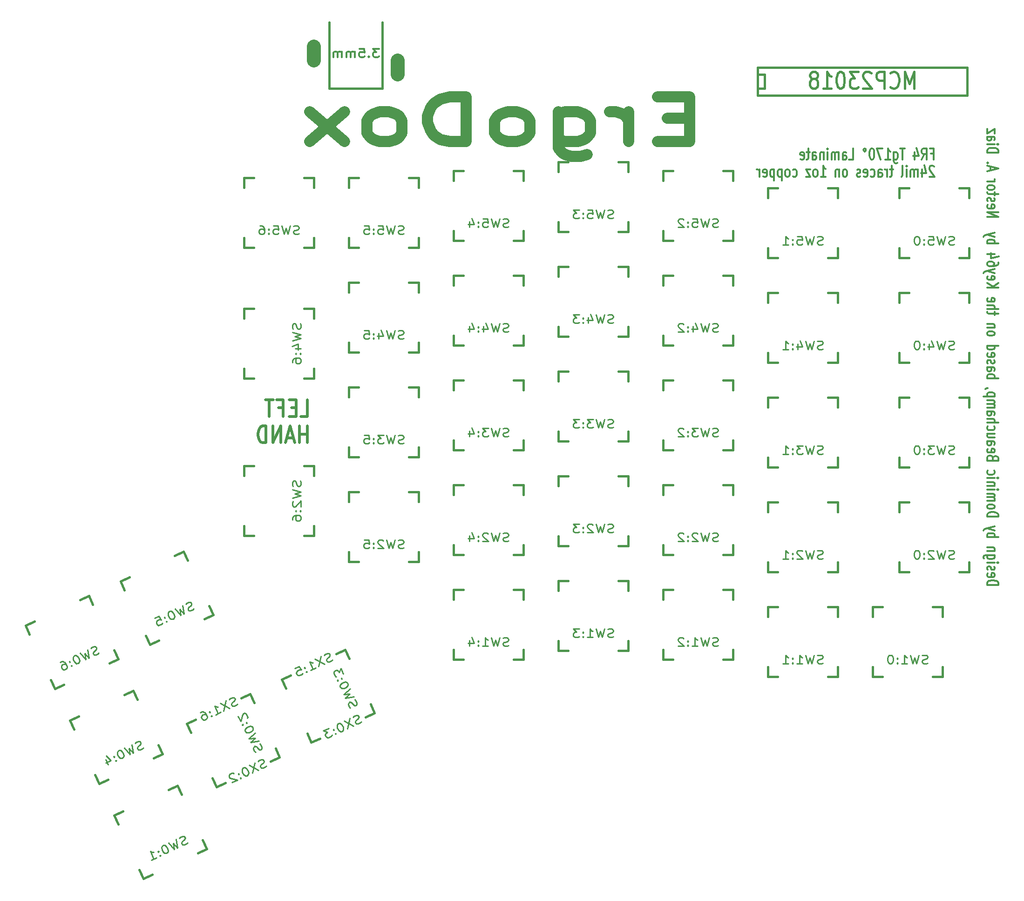
<source format=gbo>
G04 (created by PCBNEW (2013-01-02 BZR 3881)-testing) date Fri 08 Feb 2013 10:16:01 AM CET*
%MOIN*%
G04 Gerber Fmt 3.4, Leading zero omitted, Abs format*
%FSLAX34Y34*%
G01*
G70*
G90*
G04 APERTURE LIST*
%ADD10C,0.006*%
%ADD11C,0.08*%
%ADD12C,0.02*%
%ADD13C,0.012*%
%ADD14C,0.015*%
%ADD15C,0.1*%
%ADD16C,0.018*%
%ADD17C,0.01*%
G04 APERTURE END LIST*
G54D10*
G54D11*
X57871Y-18869D02*
X56271Y-18869D01*
X55585Y-20545D02*
X57871Y-20545D01*
X57871Y-17345D01*
X55585Y-17345D01*
X53528Y-20545D02*
X53528Y-18411D01*
X53528Y-19021D02*
X53299Y-18716D01*
X53071Y-18564D01*
X52614Y-18411D01*
X52157Y-18411D01*
X48499Y-18411D02*
X48499Y-21002D01*
X48728Y-21307D01*
X48957Y-21459D01*
X49414Y-21611D01*
X50099Y-21611D01*
X50557Y-21459D01*
X48499Y-20392D02*
X48957Y-20545D01*
X49871Y-20545D01*
X50328Y-20392D01*
X50557Y-20240D01*
X50785Y-19935D01*
X50785Y-19021D01*
X50557Y-18716D01*
X50328Y-18564D01*
X49871Y-18411D01*
X48957Y-18411D01*
X48499Y-18564D01*
X45528Y-20545D02*
X45985Y-20392D01*
X46214Y-20240D01*
X46442Y-19935D01*
X46442Y-19021D01*
X46214Y-18716D01*
X45985Y-18564D01*
X45528Y-18411D01*
X44842Y-18411D01*
X44385Y-18564D01*
X44157Y-18716D01*
X43928Y-19021D01*
X43928Y-19935D01*
X44157Y-20240D01*
X44385Y-20392D01*
X44842Y-20545D01*
X45528Y-20545D01*
X41871Y-20545D02*
X41871Y-17345D01*
X40728Y-17345D01*
X40042Y-17497D01*
X39585Y-17802D01*
X39357Y-18107D01*
X39128Y-18716D01*
X39128Y-19173D01*
X39357Y-19783D01*
X39585Y-20088D01*
X40042Y-20392D01*
X40728Y-20545D01*
X41871Y-20545D01*
X36385Y-20545D02*
X36842Y-20392D01*
X37071Y-20240D01*
X37299Y-19935D01*
X37299Y-19021D01*
X37071Y-18716D01*
X36842Y-18564D01*
X36385Y-18411D01*
X35699Y-18411D01*
X35242Y-18564D01*
X35014Y-18716D01*
X34785Y-19021D01*
X34785Y-19935D01*
X35014Y-20240D01*
X35242Y-20392D01*
X35699Y-20545D01*
X36385Y-20545D01*
X33185Y-20545D02*
X30671Y-18411D01*
X33185Y-18411D02*
X30671Y-20545D01*
G54D12*
X30035Y-40235D02*
X30511Y-40235D01*
X30511Y-39035D01*
X29702Y-39607D02*
X29369Y-39607D01*
X29226Y-40235D02*
X29702Y-40235D01*
X29702Y-39035D01*
X29226Y-39035D01*
X28464Y-39607D02*
X28797Y-39607D01*
X28797Y-40235D02*
X28797Y-39035D01*
X28321Y-39035D01*
X28083Y-39035D02*
X27511Y-39035D01*
X27797Y-40235D02*
X27797Y-39035D01*
X30511Y-42115D02*
X30511Y-40915D01*
X30511Y-41487D02*
X29940Y-41487D01*
X29940Y-42115D02*
X29940Y-40915D01*
X29511Y-41772D02*
X29035Y-41772D01*
X29607Y-42115D02*
X29273Y-40915D01*
X28940Y-42115D01*
X28607Y-42115D02*
X28607Y-40915D01*
X28035Y-42115D01*
X28035Y-40915D01*
X27559Y-42115D02*
X27559Y-40915D01*
X27321Y-40915D01*
X27178Y-40972D01*
X27083Y-41087D01*
X27035Y-41201D01*
X26988Y-41430D01*
X26988Y-41601D01*
X27035Y-41830D01*
X27083Y-41944D01*
X27178Y-42058D01*
X27321Y-42115D01*
X27559Y-42115D01*
G54D13*
X75157Y-21404D02*
X75357Y-21404D01*
X75357Y-21823D02*
X75357Y-21023D01*
X75071Y-21023D01*
X74500Y-21823D02*
X74700Y-21442D01*
X74842Y-21823D02*
X74842Y-21023D01*
X74614Y-21023D01*
X74557Y-21061D01*
X74528Y-21100D01*
X74500Y-21176D01*
X74500Y-21290D01*
X74528Y-21366D01*
X74557Y-21404D01*
X74614Y-21442D01*
X74842Y-21442D01*
X73985Y-21290D02*
X73985Y-21823D01*
X74128Y-20985D02*
X74271Y-21557D01*
X73900Y-21557D01*
X73299Y-21023D02*
X72957Y-21023D01*
X73128Y-21823D02*
X73128Y-21023D01*
X72499Y-21290D02*
X72499Y-21938D01*
X72528Y-22014D01*
X72557Y-22052D01*
X72614Y-22090D01*
X72699Y-22090D01*
X72757Y-22052D01*
X72499Y-21785D02*
X72557Y-21823D01*
X72671Y-21823D01*
X72728Y-21785D01*
X72757Y-21747D01*
X72785Y-21671D01*
X72785Y-21442D01*
X72757Y-21366D01*
X72728Y-21328D01*
X72671Y-21290D01*
X72557Y-21290D01*
X72499Y-21328D01*
X71899Y-21823D02*
X72242Y-21823D01*
X72071Y-21823D02*
X72071Y-21023D01*
X72128Y-21138D01*
X72185Y-21214D01*
X72242Y-21252D01*
X71699Y-21023D02*
X71299Y-21023D01*
X71557Y-21823D01*
X70957Y-21023D02*
X70899Y-21023D01*
X70842Y-21061D01*
X70814Y-21100D01*
X70785Y-21176D01*
X70757Y-21328D01*
X70757Y-21519D01*
X70785Y-21671D01*
X70814Y-21747D01*
X70842Y-21785D01*
X70899Y-21823D01*
X70957Y-21823D01*
X71014Y-21785D01*
X71042Y-21747D01*
X71071Y-21671D01*
X71099Y-21519D01*
X71099Y-21328D01*
X71071Y-21176D01*
X71042Y-21100D01*
X71014Y-21061D01*
X70957Y-21023D01*
X70414Y-21023D02*
X70471Y-21061D01*
X70499Y-21138D01*
X70471Y-21214D01*
X70414Y-21252D01*
X70357Y-21214D01*
X70328Y-21138D01*
X70357Y-21061D01*
X70414Y-21023D01*
X69299Y-21823D02*
X69585Y-21823D01*
X69585Y-21023D01*
X68842Y-21823D02*
X68842Y-21404D01*
X68871Y-21328D01*
X68928Y-21290D01*
X69042Y-21290D01*
X69099Y-21328D01*
X68842Y-21785D02*
X68899Y-21823D01*
X69042Y-21823D01*
X69099Y-21785D01*
X69128Y-21709D01*
X69128Y-21633D01*
X69099Y-21557D01*
X69042Y-21519D01*
X68899Y-21519D01*
X68842Y-21480D01*
X68557Y-21823D02*
X68557Y-21290D01*
X68557Y-21366D02*
X68528Y-21328D01*
X68471Y-21290D01*
X68385Y-21290D01*
X68328Y-21328D01*
X68299Y-21404D01*
X68299Y-21823D01*
X68299Y-21404D02*
X68271Y-21328D01*
X68214Y-21290D01*
X68128Y-21290D01*
X68071Y-21328D01*
X68042Y-21404D01*
X68042Y-21823D01*
X67757Y-21823D02*
X67757Y-21290D01*
X67757Y-21023D02*
X67785Y-21061D01*
X67757Y-21100D01*
X67728Y-21061D01*
X67757Y-21023D01*
X67757Y-21100D01*
X67471Y-21290D02*
X67471Y-21823D01*
X67471Y-21366D02*
X67442Y-21328D01*
X67385Y-21290D01*
X67299Y-21290D01*
X67242Y-21328D01*
X67214Y-21404D01*
X67214Y-21823D01*
X66671Y-21823D02*
X66671Y-21404D01*
X66699Y-21328D01*
X66757Y-21290D01*
X66871Y-21290D01*
X66928Y-21328D01*
X66671Y-21785D02*
X66728Y-21823D01*
X66871Y-21823D01*
X66928Y-21785D01*
X66957Y-21709D01*
X66957Y-21633D01*
X66928Y-21557D01*
X66871Y-21519D01*
X66728Y-21519D01*
X66671Y-21480D01*
X66471Y-21290D02*
X66242Y-21290D01*
X66385Y-21023D02*
X66385Y-21709D01*
X66357Y-21785D01*
X66299Y-21823D01*
X66242Y-21823D01*
X65814Y-21785D02*
X65871Y-21823D01*
X65985Y-21823D01*
X66042Y-21785D01*
X66071Y-21709D01*
X66071Y-21404D01*
X66042Y-21328D01*
X65985Y-21290D01*
X65871Y-21290D01*
X65814Y-21328D01*
X65785Y-21404D01*
X65785Y-21480D01*
X66071Y-21557D01*
X75385Y-22340D02*
X75357Y-22301D01*
X75300Y-22263D01*
X75157Y-22263D01*
X75100Y-22301D01*
X75071Y-22340D01*
X75042Y-22416D01*
X75042Y-22492D01*
X75071Y-22606D01*
X75414Y-23063D01*
X75042Y-23063D01*
X74528Y-22530D02*
X74528Y-23063D01*
X74671Y-22225D02*
X74814Y-22797D01*
X74442Y-22797D01*
X74214Y-23063D02*
X74214Y-22530D01*
X74214Y-22606D02*
X74185Y-22568D01*
X74128Y-22530D01*
X74042Y-22530D01*
X73985Y-22568D01*
X73957Y-22644D01*
X73957Y-23063D01*
X73957Y-22644D02*
X73928Y-22568D01*
X73871Y-22530D01*
X73785Y-22530D01*
X73728Y-22568D01*
X73699Y-22644D01*
X73699Y-23063D01*
X73414Y-23063D02*
X73414Y-22530D01*
X73414Y-22263D02*
X73442Y-22301D01*
X73414Y-22340D01*
X73385Y-22301D01*
X73414Y-22263D01*
X73414Y-22340D01*
X73042Y-23063D02*
X73099Y-23025D01*
X73128Y-22949D01*
X73128Y-22263D01*
X72442Y-22530D02*
X72214Y-22530D01*
X72357Y-22263D02*
X72357Y-22949D01*
X72328Y-23025D01*
X72271Y-23063D01*
X72214Y-23063D01*
X72014Y-23063D02*
X72014Y-22530D01*
X72014Y-22682D02*
X71985Y-22606D01*
X71957Y-22568D01*
X71899Y-22530D01*
X71842Y-22530D01*
X71385Y-23063D02*
X71385Y-22644D01*
X71414Y-22568D01*
X71471Y-22530D01*
X71585Y-22530D01*
X71642Y-22568D01*
X71385Y-23025D02*
X71442Y-23063D01*
X71585Y-23063D01*
X71642Y-23025D01*
X71671Y-22949D01*
X71671Y-22873D01*
X71642Y-22797D01*
X71585Y-22759D01*
X71442Y-22759D01*
X71385Y-22720D01*
X70842Y-23025D02*
X70899Y-23063D01*
X71014Y-23063D01*
X71071Y-23025D01*
X71099Y-22987D01*
X71128Y-22911D01*
X71128Y-22682D01*
X71099Y-22606D01*
X71071Y-22568D01*
X71014Y-22530D01*
X70899Y-22530D01*
X70842Y-22568D01*
X70357Y-23025D02*
X70414Y-23063D01*
X70528Y-23063D01*
X70585Y-23025D01*
X70614Y-22949D01*
X70614Y-22644D01*
X70585Y-22568D01*
X70528Y-22530D01*
X70414Y-22530D01*
X70357Y-22568D01*
X70328Y-22644D01*
X70328Y-22720D01*
X70614Y-22797D01*
X70099Y-23025D02*
X70042Y-23063D01*
X69928Y-23063D01*
X69871Y-23025D01*
X69842Y-22949D01*
X69842Y-22911D01*
X69871Y-22835D01*
X69928Y-22797D01*
X70014Y-22797D01*
X70071Y-22759D01*
X70099Y-22682D01*
X70099Y-22644D01*
X70071Y-22568D01*
X70014Y-22530D01*
X69928Y-22530D01*
X69871Y-22568D01*
X69042Y-23063D02*
X69099Y-23025D01*
X69128Y-22987D01*
X69157Y-22911D01*
X69157Y-22682D01*
X69128Y-22606D01*
X69099Y-22568D01*
X69042Y-22530D01*
X68957Y-22530D01*
X68899Y-22568D01*
X68871Y-22606D01*
X68842Y-22682D01*
X68842Y-22911D01*
X68871Y-22987D01*
X68899Y-23025D01*
X68957Y-23063D01*
X69042Y-23063D01*
X68585Y-22530D02*
X68585Y-23063D01*
X68585Y-22606D02*
X68557Y-22568D01*
X68499Y-22530D01*
X68414Y-22530D01*
X68357Y-22568D01*
X68328Y-22644D01*
X68328Y-23063D01*
X67271Y-23063D02*
X67614Y-23063D01*
X67442Y-23063D02*
X67442Y-22263D01*
X67499Y-22378D01*
X67557Y-22454D01*
X67614Y-22492D01*
X66928Y-23063D02*
X66985Y-23025D01*
X67014Y-22987D01*
X67042Y-22911D01*
X67042Y-22682D01*
X67014Y-22606D01*
X66985Y-22568D01*
X66928Y-22530D01*
X66842Y-22530D01*
X66785Y-22568D01*
X66757Y-22606D01*
X66728Y-22682D01*
X66728Y-22911D01*
X66757Y-22987D01*
X66785Y-23025D01*
X66842Y-23063D01*
X66928Y-23063D01*
X66528Y-22530D02*
X66214Y-22530D01*
X66528Y-23063D01*
X66214Y-23063D01*
X65271Y-23025D02*
X65328Y-23063D01*
X65442Y-23063D01*
X65499Y-23025D01*
X65528Y-22987D01*
X65557Y-22911D01*
X65557Y-22682D01*
X65528Y-22606D01*
X65499Y-22568D01*
X65442Y-22530D01*
X65328Y-22530D01*
X65271Y-22568D01*
X64928Y-23063D02*
X64985Y-23025D01*
X65014Y-22987D01*
X65042Y-22911D01*
X65042Y-22682D01*
X65014Y-22606D01*
X64985Y-22568D01*
X64928Y-22530D01*
X64842Y-22530D01*
X64785Y-22568D01*
X64757Y-22606D01*
X64728Y-22682D01*
X64728Y-22911D01*
X64757Y-22987D01*
X64785Y-23025D01*
X64842Y-23063D01*
X64928Y-23063D01*
X64471Y-22530D02*
X64471Y-23330D01*
X64471Y-22568D02*
X64414Y-22530D01*
X64299Y-22530D01*
X64242Y-22568D01*
X64214Y-22606D01*
X64185Y-22682D01*
X64185Y-22911D01*
X64214Y-22987D01*
X64242Y-23025D01*
X64299Y-23063D01*
X64414Y-23063D01*
X64471Y-23025D01*
X63928Y-22530D02*
X63928Y-23330D01*
X63928Y-22568D02*
X63871Y-22530D01*
X63757Y-22530D01*
X63699Y-22568D01*
X63671Y-22606D01*
X63642Y-22682D01*
X63642Y-22911D01*
X63671Y-22987D01*
X63699Y-23025D01*
X63757Y-23063D01*
X63871Y-23063D01*
X63928Y-23025D01*
X63157Y-23025D02*
X63214Y-23063D01*
X63328Y-23063D01*
X63385Y-23025D01*
X63414Y-22949D01*
X63414Y-22644D01*
X63385Y-22568D01*
X63328Y-22530D01*
X63214Y-22530D01*
X63157Y-22568D01*
X63128Y-22644D01*
X63128Y-22720D01*
X63414Y-22797D01*
X62871Y-23063D02*
X62871Y-22530D01*
X62871Y-22682D02*
X62842Y-22606D01*
X62814Y-22568D01*
X62757Y-22530D01*
X62699Y-22530D01*
X79176Y-52300D02*
X79976Y-52300D01*
X79976Y-52157D01*
X79938Y-52071D01*
X79861Y-52014D01*
X79785Y-51985D01*
X79633Y-51957D01*
X79519Y-51957D01*
X79366Y-51985D01*
X79290Y-52014D01*
X79214Y-52071D01*
X79176Y-52157D01*
X79176Y-52300D01*
X79214Y-51471D02*
X79176Y-51528D01*
X79176Y-51642D01*
X79214Y-51700D01*
X79290Y-51728D01*
X79595Y-51728D01*
X79671Y-51700D01*
X79709Y-51642D01*
X79709Y-51528D01*
X79671Y-51471D01*
X79595Y-51442D01*
X79519Y-51442D01*
X79442Y-51728D01*
X79214Y-51214D02*
X79176Y-51157D01*
X79176Y-51042D01*
X79214Y-50985D01*
X79290Y-50957D01*
X79328Y-50957D01*
X79404Y-50985D01*
X79442Y-51042D01*
X79442Y-51128D01*
X79480Y-51185D01*
X79557Y-51214D01*
X79595Y-51214D01*
X79671Y-51185D01*
X79709Y-51128D01*
X79709Y-51042D01*
X79671Y-50985D01*
X79176Y-50700D02*
X79709Y-50700D01*
X79976Y-50700D02*
X79938Y-50728D01*
X79900Y-50700D01*
X79938Y-50671D01*
X79976Y-50700D01*
X79900Y-50700D01*
X79709Y-50157D02*
X79061Y-50157D01*
X78985Y-50185D01*
X78947Y-50214D01*
X78909Y-50271D01*
X78909Y-50357D01*
X78947Y-50414D01*
X79214Y-50157D02*
X79176Y-50214D01*
X79176Y-50328D01*
X79214Y-50385D01*
X79252Y-50414D01*
X79328Y-50442D01*
X79557Y-50442D01*
X79633Y-50414D01*
X79671Y-50385D01*
X79709Y-50328D01*
X79709Y-50214D01*
X79671Y-50157D01*
X79709Y-49871D02*
X79176Y-49871D01*
X79633Y-49871D02*
X79671Y-49842D01*
X79709Y-49785D01*
X79709Y-49700D01*
X79671Y-49642D01*
X79595Y-49614D01*
X79176Y-49614D01*
X79176Y-48871D02*
X79976Y-48871D01*
X79671Y-48871D02*
X79709Y-48814D01*
X79709Y-48700D01*
X79671Y-48642D01*
X79633Y-48614D01*
X79557Y-48585D01*
X79328Y-48585D01*
X79252Y-48614D01*
X79214Y-48642D01*
X79176Y-48700D01*
X79176Y-48814D01*
X79214Y-48871D01*
X79709Y-48385D02*
X79176Y-48242D01*
X79709Y-48100D02*
X79176Y-48242D01*
X78985Y-48300D01*
X78947Y-48328D01*
X78909Y-48385D01*
X79176Y-47414D02*
X79976Y-47414D01*
X79976Y-47271D01*
X79938Y-47185D01*
X79861Y-47128D01*
X79785Y-47100D01*
X79633Y-47071D01*
X79519Y-47071D01*
X79366Y-47100D01*
X79290Y-47128D01*
X79214Y-47185D01*
X79176Y-47271D01*
X79176Y-47414D01*
X79176Y-46728D02*
X79214Y-46785D01*
X79252Y-46814D01*
X79328Y-46842D01*
X79557Y-46842D01*
X79633Y-46814D01*
X79671Y-46785D01*
X79709Y-46728D01*
X79709Y-46642D01*
X79671Y-46585D01*
X79633Y-46557D01*
X79557Y-46528D01*
X79328Y-46528D01*
X79252Y-46557D01*
X79214Y-46585D01*
X79176Y-46642D01*
X79176Y-46728D01*
X79176Y-46271D02*
X79709Y-46271D01*
X79633Y-46271D02*
X79671Y-46242D01*
X79709Y-46185D01*
X79709Y-46100D01*
X79671Y-46042D01*
X79595Y-46014D01*
X79176Y-46014D01*
X79595Y-46014D02*
X79671Y-45985D01*
X79709Y-45928D01*
X79709Y-45842D01*
X79671Y-45785D01*
X79595Y-45757D01*
X79176Y-45757D01*
X79176Y-45471D02*
X79709Y-45471D01*
X79976Y-45471D02*
X79938Y-45500D01*
X79900Y-45471D01*
X79938Y-45442D01*
X79976Y-45471D01*
X79900Y-45471D01*
X79709Y-45185D02*
X79176Y-45185D01*
X79633Y-45185D02*
X79671Y-45157D01*
X79709Y-45100D01*
X79709Y-45014D01*
X79671Y-44957D01*
X79595Y-44928D01*
X79176Y-44928D01*
X79176Y-44642D02*
X79709Y-44642D01*
X79976Y-44642D02*
X79938Y-44671D01*
X79900Y-44642D01*
X79938Y-44614D01*
X79976Y-44642D01*
X79900Y-44642D01*
X79214Y-44100D02*
X79176Y-44157D01*
X79176Y-44271D01*
X79214Y-44328D01*
X79252Y-44357D01*
X79328Y-44385D01*
X79557Y-44385D01*
X79633Y-44357D01*
X79671Y-44328D01*
X79709Y-44271D01*
X79709Y-44157D01*
X79671Y-44100D01*
X79595Y-43185D02*
X79557Y-43100D01*
X79519Y-43071D01*
X79442Y-43042D01*
X79328Y-43042D01*
X79252Y-43071D01*
X79214Y-43100D01*
X79176Y-43157D01*
X79176Y-43385D01*
X79976Y-43385D01*
X79976Y-43185D01*
X79938Y-43128D01*
X79900Y-43100D01*
X79823Y-43071D01*
X79747Y-43071D01*
X79671Y-43100D01*
X79633Y-43128D01*
X79595Y-43185D01*
X79595Y-43385D01*
X79214Y-42557D02*
X79176Y-42614D01*
X79176Y-42728D01*
X79214Y-42785D01*
X79290Y-42814D01*
X79595Y-42814D01*
X79671Y-42785D01*
X79709Y-42728D01*
X79709Y-42614D01*
X79671Y-42557D01*
X79595Y-42528D01*
X79519Y-42528D01*
X79442Y-42814D01*
X79176Y-42014D02*
X79595Y-42014D01*
X79671Y-42042D01*
X79709Y-42100D01*
X79709Y-42214D01*
X79671Y-42271D01*
X79214Y-42014D02*
X79176Y-42071D01*
X79176Y-42214D01*
X79214Y-42271D01*
X79290Y-42300D01*
X79366Y-42300D01*
X79442Y-42271D01*
X79480Y-42214D01*
X79480Y-42071D01*
X79519Y-42014D01*
X79709Y-41471D02*
X79176Y-41471D01*
X79709Y-41728D02*
X79290Y-41728D01*
X79214Y-41700D01*
X79176Y-41642D01*
X79176Y-41557D01*
X79214Y-41500D01*
X79252Y-41471D01*
X79214Y-40928D02*
X79176Y-40985D01*
X79176Y-41100D01*
X79214Y-41157D01*
X79252Y-41185D01*
X79328Y-41214D01*
X79557Y-41214D01*
X79633Y-41185D01*
X79671Y-41157D01*
X79709Y-41100D01*
X79709Y-40985D01*
X79671Y-40928D01*
X79176Y-40671D02*
X79976Y-40671D01*
X79176Y-40414D02*
X79595Y-40414D01*
X79671Y-40442D01*
X79709Y-40500D01*
X79709Y-40585D01*
X79671Y-40642D01*
X79633Y-40671D01*
X79176Y-39871D02*
X79595Y-39871D01*
X79671Y-39900D01*
X79709Y-39957D01*
X79709Y-40071D01*
X79671Y-40128D01*
X79214Y-39871D02*
X79176Y-39928D01*
X79176Y-40071D01*
X79214Y-40128D01*
X79290Y-40157D01*
X79366Y-40157D01*
X79442Y-40128D01*
X79480Y-40071D01*
X79480Y-39928D01*
X79519Y-39871D01*
X79176Y-39585D02*
X79709Y-39585D01*
X79633Y-39585D02*
X79671Y-39557D01*
X79709Y-39500D01*
X79709Y-39414D01*
X79671Y-39357D01*
X79595Y-39328D01*
X79176Y-39328D01*
X79595Y-39328D02*
X79671Y-39300D01*
X79709Y-39242D01*
X79709Y-39157D01*
X79671Y-39100D01*
X79595Y-39071D01*
X79176Y-39071D01*
X79709Y-38785D02*
X78909Y-38785D01*
X79671Y-38785D02*
X79709Y-38728D01*
X79709Y-38614D01*
X79671Y-38557D01*
X79633Y-38528D01*
X79557Y-38500D01*
X79328Y-38500D01*
X79252Y-38528D01*
X79214Y-38557D01*
X79176Y-38614D01*
X79176Y-38728D01*
X79214Y-38785D01*
X79214Y-38214D02*
X79176Y-38214D01*
X79100Y-38242D01*
X79061Y-38271D01*
X79176Y-37500D02*
X79976Y-37500D01*
X79671Y-37500D02*
X79709Y-37442D01*
X79709Y-37328D01*
X79671Y-37271D01*
X79633Y-37242D01*
X79557Y-37214D01*
X79328Y-37214D01*
X79252Y-37242D01*
X79214Y-37271D01*
X79176Y-37328D01*
X79176Y-37442D01*
X79214Y-37500D01*
X79176Y-36700D02*
X79595Y-36700D01*
X79671Y-36728D01*
X79709Y-36785D01*
X79709Y-36900D01*
X79671Y-36957D01*
X79214Y-36700D02*
X79176Y-36757D01*
X79176Y-36900D01*
X79214Y-36957D01*
X79290Y-36985D01*
X79366Y-36985D01*
X79442Y-36957D01*
X79480Y-36900D01*
X79480Y-36757D01*
X79519Y-36700D01*
X79214Y-36442D02*
X79176Y-36385D01*
X79176Y-36271D01*
X79214Y-36214D01*
X79290Y-36185D01*
X79328Y-36185D01*
X79404Y-36214D01*
X79442Y-36271D01*
X79442Y-36357D01*
X79480Y-36414D01*
X79557Y-36442D01*
X79595Y-36442D01*
X79671Y-36414D01*
X79709Y-36357D01*
X79709Y-36271D01*
X79671Y-36214D01*
X79214Y-35700D02*
X79176Y-35757D01*
X79176Y-35871D01*
X79214Y-35928D01*
X79290Y-35957D01*
X79595Y-35957D01*
X79671Y-35928D01*
X79709Y-35871D01*
X79709Y-35757D01*
X79671Y-35700D01*
X79595Y-35671D01*
X79519Y-35671D01*
X79442Y-35957D01*
X79176Y-35157D02*
X79976Y-35157D01*
X79214Y-35157D02*
X79176Y-35214D01*
X79176Y-35328D01*
X79214Y-35385D01*
X79252Y-35414D01*
X79328Y-35442D01*
X79557Y-35442D01*
X79633Y-35414D01*
X79671Y-35385D01*
X79709Y-35328D01*
X79709Y-35214D01*
X79671Y-35157D01*
X79176Y-34328D02*
X79214Y-34385D01*
X79252Y-34414D01*
X79328Y-34442D01*
X79557Y-34442D01*
X79633Y-34414D01*
X79671Y-34385D01*
X79709Y-34328D01*
X79709Y-34242D01*
X79671Y-34185D01*
X79633Y-34157D01*
X79557Y-34128D01*
X79328Y-34128D01*
X79252Y-34157D01*
X79214Y-34185D01*
X79176Y-34242D01*
X79176Y-34328D01*
X79709Y-33871D02*
X79176Y-33871D01*
X79633Y-33871D02*
X79671Y-33842D01*
X79709Y-33785D01*
X79709Y-33700D01*
X79671Y-33642D01*
X79595Y-33614D01*
X79176Y-33614D01*
X79709Y-32957D02*
X79709Y-32728D01*
X79976Y-32871D02*
X79290Y-32871D01*
X79214Y-32842D01*
X79176Y-32785D01*
X79176Y-32728D01*
X79176Y-32528D02*
X79976Y-32528D01*
X79176Y-32271D02*
X79595Y-32271D01*
X79671Y-32300D01*
X79709Y-32357D01*
X79709Y-32442D01*
X79671Y-32500D01*
X79633Y-32528D01*
X79214Y-31757D02*
X79176Y-31814D01*
X79176Y-31928D01*
X79214Y-31985D01*
X79290Y-32014D01*
X79595Y-32014D01*
X79671Y-31985D01*
X79709Y-31928D01*
X79709Y-31814D01*
X79671Y-31757D01*
X79595Y-31728D01*
X79519Y-31728D01*
X79442Y-32014D01*
X79176Y-31014D02*
X79976Y-31014D01*
X79176Y-30671D02*
X79633Y-30928D01*
X79976Y-30671D02*
X79519Y-31014D01*
X79214Y-30185D02*
X79176Y-30242D01*
X79176Y-30357D01*
X79214Y-30414D01*
X79290Y-30442D01*
X79595Y-30442D01*
X79671Y-30414D01*
X79709Y-30357D01*
X79709Y-30242D01*
X79671Y-30185D01*
X79595Y-30157D01*
X79519Y-30157D01*
X79442Y-30442D01*
X79709Y-29957D02*
X79176Y-29814D01*
X79709Y-29671D02*
X79176Y-29814D01*
X78985Y-29871D01*
X78947Y-29900D01*
X78909Y-29957D01*
X79976Y-29185D02*
X79976Y-29300D01*
X79938Y-29357D01*
X79900Y-29385D01*
X79785Y-29442D01*
X79633Y-29471D01*
X79328Y-29471D01*
X79252Y-29442D01*
X79214Y-29414D01*
X79176Y-29357D01*
X79176Y-29242D01*
X79214Y-29185D01*
X79252Y-29157D01*
X79328Y-29128D01*
X79519Y-29128D01*
X79595Y-29157D01*
X79633Y-29185D01*
X79671Y-29242D01*
X79671Y-29357D01*
X79633Y-29414D01*
X79595Y-29442D01*
X79519Y-29471D01*
X79709Y-28614D02*
X79176Y-28614D01*
X80014Y-28757D02*
X79442Y-28900D01*
X79442Y-28528D01*
X79176Y-27842D02*
X79976Y-27842D01*
X79671Y-27842D02*
X79709Y-27785D01*
X79709Y-27671D01*
X79671Y-27614D01*
X79633Y-27585D01*
X79557Y-27557D01*
X79328Y-27557D01*
X79252Y-27585D01*
X79214Y-27614D01*
X79176Y-27671D01*
X79176Y-27785D01*
X79214Y-27842D01*
X79709Y-27357D02*
X79176Y-27214D01*
X79709Y-27071D02*
X79176Y-27214D01*
X78985Y-27271D01*
X78947Y-27300D01*
X78909Y-27357D01*
X79176Y-25928D02*
X79976Y-25928D01*
X79176Y-25585D01*
X79976Y-25585D01*
X79214Y-25071D02*
X79176Y-25128D01*
X79176Y-25242D01*
X79214Y-25300D01*
X79290Y-25328D01*
X79595Y-25328D01*
X79671Y-25300D01*
X79709Y-25242D01*
X79709Y-25128D01*
X79671Y-25071D01*
X79595Y-25042D01*
X79519Y-25042D01*
X79442Y-25328D01*
X79214Y-24814D02*
X79176Y-24757D01*
X79176Y-24642D01*
X79214Y-24585D01*
X79290Y-24557D01*
X79328Y-24557D01*
X79404Y-24585D01*
X79442Y-24642D01*
X79442Y-24728D01*
X79480Y-24785D01*
X79557Y-24814D01*
X79595Y-24814D01*
X79671Y-24785D01*
X79709Y-24728D01*
X79709Y-24642D01*
X79671Y-24585D01*
X79709Y-24385D02*
X79709Y-24157D01*
X79976Y-24300D02*
X79290Y-24300D01*
X79214Y-24271D01*
X79176Y-24214D01*
X79176Y-24157D01*
X79176Y-23871D02*
X79214Y-23928D01*
X79252Y-23957D01*
X79328Y-23985D01*
X79557Y-23985D01*
X79633Y-23957D01*
X79671Y-23928D01*
X79709Y-23871D01*
X79709Y-23785D01*
X79671Y-23728D01*
X79633Y-23700D01*
X79557Y-23671D01*
X79328Y-23671D01*
X79252Y-23700D01*
X79214Y-23728D01*
X79176Y-23785D01*
X79176Y-23871D01*
X79176Y-23414D02*
X79709Y-23414D01*
X79557Y-23414D02*
X79633Y-23385D01*
X79671Y-23357D01*
X79709Y-23300D01*
X79709Y-23242D01*
X79404Y-22614D02*
X79404Y-22328D01*
X79176Y-22671D02*
X79976Y-22471D01*
X79176Y-22271D01*
X79252Y-22071D02*
X79214Y-22042D01*
X79176Y-22071D01*
X79214Y-22099D01*
X79252Y-22071D01*
X79176Y-22071D01*
X79176Y-21328D02*
X79976Y-21328D01*
X79976Y-21185D01*
X79938Y-21099D01*
X79861Y-21042D01*
X79785Y-21014D01*
X79633Y-20985D01*
X79519Y-20985D01*
X79366Y-21014D01*
X79290Y-21042D01*
X79214Y-21099D01*
X79176Y-21185D01*
X79176Y-21328D01*
X79176Y-20728D02*
X79709Y-20728D01*
X79976Y-20728D02*
X79938Y-20757D01*
X79900Y-20728D01*
X79938Y-20699D01*
X79976Y-20728D01*
X79900Y-20728D01*
X79176Y-20185D02*
X79595Y-20185D01*
X79671Y-20214D01*
X79709Y-20271D01*
X79709Y-20385D01*
X79671Y-20442D01*
X79214Y-20185D02*
X79176Y-20242D01*
X79176Y-20385D01*
X79214Y-20442D01*
X79290Y-20471D01*
X79366Y-20471D01*
X79442Y-20442D01*
X79480Y-20385D01*
X79480Y-20242D01*
X79519Y-20185D01*
X79709Y-19957D02*
X79709Y-19642D01*
X79176Y-19957D01*
X79176Y-19642D01*
G54D14*
X62750Y-17250D02*
X77750Y-17250D01*
X77750Y-17250D02*
X77750Y-15250D01*
X77750Y-15250D02*
X62750Y-15250D01*
X62750Y-15250D02*
X62750Y-17250D01*
X62750Y-16750D02*
X63250Y-16750D01*
X63250Y-16750D02*
X63250Y-15750D01*
X63250Y-15750D02*
X62750Y-15750D01*
G54D15*
X31000Y-14750D02*
X31000Y-13750D01*
X37000Y-15750D02*
X37000Y-14750D01*
G54D14*
X35870Y-12000D02*
X35870Y-16750D01*
X35870Y-16750D02*
X32090Y-16750D01*
X32090Y-16750D02*
X32090Y-12000D01*
X26000Y-23130D02*
X26700Y-23130D01*
X30300Y-23130D02*
X31000Y-23130D01*
X31000Y-23130D02*
X31000Y-23830D01*
X31000Y-27430D02*
X31000Y-28130D01*
X31000Y-28130D02*
X30300Y-28130D01*
X26700Y-28130D02*
X26000Y-28130D01*
X26000Y-28130D02*
X26000Y-27430D01*
X26000Y-23830D02*
X26000Y-23130D01*
X26000Y-37504D02*
X26000Y-36804D01*
X26000Y-33204D02*
X26000Y-32504D01*
X26000Y-32504D02*
X26700Y-32504D01*
X30300Y-32504D02*
X31000Y-32504D01*
X31000Y-32504D02*
X31000Y-33204D01*
X31000Y-36804D02*
X31000Y-37504D01*
X31000Y-37504D02*
X30300Y-37504D01*
X26700Y-37504D02*
X26000Y-37504D01*
X26000Y-48754D02*
X26000Y-48054D01*
X26000Y-44454D02*
X26000Y-43754D01*
X26000Y-43754D02*
X26700Y-43754D01*
X30300Y-43754D02*
X31000Y-43754D01*
X31000Y-43754D02*
X31000Y-44454D01*
X31000Y-48054D02*
X31000Y-48754D01*
X31000Y-48754D02*
X30300Y-48754D01*
X26700Y-48754D02*
X26000Y-48754D01*
X71000Y-53879D02*
X71700Y-53879D01*
X75300Y-53879D02*
X76000Y-53879D01*
X76000Y-53879D02*
X76000Y-54579D01*
X76000Y-58179D02*
X76000Y-58879D01*
X76000Y-58879D02*
X75300Y-58879D01*
X71700Y-58879D02*
X71000Y-58879D01*
X71000Y-58879D02*
X71000Y-58179D01*
X71000Y-54579D02*
X71000Y-53879D01*
X33500Y-30629D02*
X34200Y-30629D01*
X37800Y-30629D02*
X38500Y-30629D01*
X38500Y-30629D02*
X38500Y-31329D01*
X38500Y-34929D02*
X38500Y-35629D01*
X38500Y-35629D02*
X37800Y-35629D01*
X34200Y-35629D02*
X33500Y-35629D01*
X33500Y-35629D02*
X33500Y-34929D01*
X33500Y-31329D02*
X33500Y-30629D01*
X13507Y-61992D02*
X14142Y-61696D01*
X17404Y-60175D02*
X18039Y-59879D01*
X18039Y-59879D02*
X18335Y-60514D01*
X19856Y-63776D02*
X20152Y-64411D01*
X20152Y-64411D02*
X19517Y-64707D01*
X16255Y-66228D02*
X15620Y-66524D01*
X15620Y-66524D02*
X15324Y-65889D01*
X13803Y-62627D02*
X13507Y-61992D01*
X16677Y-68790D02*
X17312Y-68494D01*
X20574Y-66973D02*
X21209Y-66677D01*
X21209Y-66677D02*
X21505Y-67312D01*
X23026Y-70574D02*
X23322Y-71209D01*
X23322Y-71209D02*
X22687Y-71505D01*
X19425Y-73026D02*
X18790Y-73322D01*
X18790Y-73322D02*
X18494Y-72687D01*
X16973Y-69425D02*
X16677Y-68790D01*
X10338Y-55195D02*
X10973Y-54899D01*
X14235Y-53378D02*
X14870Y-53082D01*
X14870Y-53082D02*
X15166Y-53717D01*
X16687Y-56979D02*
X16983Y-57614D01*
X16983Y-57614D02*
X16348Y-57910D01*
X13086Y-59431D02*
X12451Y-59727D01*
X12451Y-59727D02*
X12155Y-59092D01*
X10634Y-55830D02*
X10338Y-55195D01*
X17135Y-52026D02*
X17770Y-51730D01*
X21032Y-50209D02*
X21667Y-49913D01*
X21667Y-49913D02*
X21963Y-50548D01*
X23484Y-53810D02*
X23780Y-54445D01*
X23780Y-54445D02*
X23145Y-54741D01*
X19883Y-56262D02*
X19248Y-56558D01*
X19248Y-56558D02*
X18952Y-55923D01*
X17431Y-52661D02*
X17135Y-52026D01*
X63500Y-23880D02*
X64200Y-23880D01*
X67800Y-23880D02*
X68500Y-23880D01*
X68500Y-23880D02*
X68500Y-24580D01*
X68500Y-28180D02*
X68500Y-28880D01*
X68500Y-28880D02*
X67800Y-28880D01*
X64200Y-28880D02*
X63500Y-28880D01*
X63500Y-28880D02*
X63500Y-28180D01*
X63500Y-24580D02*
X63500Y-23880D01*
X56000Y-22629D02*
X56700Y-22629D01*
X60300Y-22629D02*
X61000Y-22629D01*
X61000Y-22629D02*
X61000Y-23329D01*
X61000Y-26929D02*
X61000Y-27629D01*
X61000Y-27629D02*
X60300Y-27629D01*
X56700Y-27629D02*
X56000Y-27629D01*
X56000Y-27629D02*
X56000Y-26929D01*
X56000Y-23329D02*
X56000Y-22629D01*
X48500Y-22000D02*
X49200Y-22000D01*
X52800Y-22000D02*
X53500Y-22000D01*
X53500Y-22000D02*
X53500Y-22700D01*
X53500Y-26300D02*
X53500Y-27000D01*
X53500Y-27000D02*
X52800Y-27000D01*
X49200Y-27000D02*
X48500Y-27000D01*
X48500Y-27000D02*
X48500Y-26300D01*
X48500Y-22700D02*
X48500Y-22000D01*
X41000Y-22629D02*
X41700Y-22629D01*
X45300Y-22629D02*
X46000Y-22629D01*
X46000Y-22629D02*
X46000Y-23329D01*
X46000Y-26929D02*
X46000Y-27629D01*
X46000Y-27629D02*
X45300Y-27629D01*
X41700Y-27629D02*
X41000Y-27629D01*
X41000Y-27629D02*
X41000Y-26929D01*
X41000Y-23329D02*
X41000Y-22629D01*
X56000Y-52629D02*
X56700Y-52629D01*
X60300Y-52629D02*
X61000Y-52629D01*
X61000Y-52629D02*
X61000Y-53329D01*
X61000Y-56929D02*
X61000Y-57629D01*
X61000Y-57629D02*
X60300Y-57629D01*
X56700Y-57629D02*
X56000Y-57629D01*
X56000Y-57629D02*
X56000Y-56929D01*
X56000Y-53329D02*
X56000Y-52629D01*
X63500Y-31379D02*
X64200Y-31379D01*
X67800Y-31379D02*
X68500Y-31379D01*
X68500Y-31379D02*
X68500Y-32079D01*
X68500Y-35679D02*
X68500Y-36379D01*
X68500Y-36379D02*
X67800Y-36379D01*
X64200Y-36379D02*
X63500Y-36379D01*
X63500Y-36379D02*
X63500Y-35679D01*
X63500Y-32079D02*
X63500Y-31379D01*
X48500Y-29500D02*
X49200Y-29500D01*
X52800Y-29500D02*
X53500Y-29500D01*
X53500Y-29500D02*
X53500Y-30200D01*
X53500Y-33800D02*
X53500Y-34500D01*
X53500Y-34500D02*
X52800Y-34500D01*
X49200Y-34500D02*
X48500Y-34500D01*
X48500Y-34500D02*
X48500Y-33800D01*
X48500Y-30200D02*
X48500Y-29500D01*
X41000Y-30129D02*
X41700Y-30129D01*
X45300Y-30129D02*
X46000Y-30129D01*
X46000Y-30129D02*
X46000Y-30829D01*
X46000Y-34429D02*
X46000Y-35129D01*
X46000Y-35129D02*
X45300Y-35129D01*
X41700Y-35129D02*
X41000Y-35129D01*
X41000Y-35129D02*
X41000Y-34429D01*
X41000Y-30829D02*
X41000Y-30129D01*
X63500Y-38879D02*
X64200Y-38879D01*
X67800Y-38879D02*
X68500Y-38879D01*
X68500Y-38879D02*
X68500Y-39579D01*
X68500Y-43179D02*
X68500Y-43879D01*
X68500Y-43879D02*
X67800Y-43879D01*
X64200Y-43879D02*
X63500Y-43879D01*
X63500Y-43879D02*
X63500Y-43179D01*
X63500Y-39579D02*
X63500Y-38879D01*
X56000Y-37629D02*
X56700Y-37629D01*
X60300Y-37629D02*
X61000Y-37629D01*
X61000Y-37629D02*
X61000Y-38329D01*
X61000Y-41929D02*
X61000Y-42629D01*
X61000Y-42629D02*
X60300Y-42629D01*
X56700Y-42629D02*
X56000Y-42629D01*
X56000Y-42629D02*
X56000Y-41929D01*
X56000Y-38329D02*
X56000Y-37629D01*
X48500Y-37000D02*
X49200Y-37000D01*
X52800Y-37000D02*
X53500Y-37000D01*
X53500Y-37000D02*
X53500Y-37700D01*
X53500Y-41300D02*
X53500Y-42000D01*
X53500Y-42000D02*
X52800Y-42000D01*
X49200Y-42000D02*
X48500Y-42000D01*
X48500Y-42000D02*
X48500Y-41300D01*
X48500Y-37700D02*
X48500Y-37000D01*
X41000Y-37629D02*
X41700Y-37629D01*
X45300Y-37629D02*
X46000Y-37629D01*
X46000Y-37629D02*
X46000Y-38329D01*
X46000Y-41929D02*
X46000Y-42629D01*
X46000Y-42629D02*
X45300Y-42629D01*
X41700Y-42629D02*
X41000Y-42629D01*
X41000Y-42629D02*
X41000Y-41929D01*
X41000Y-38329D02*
X41000Y-37629D01*
X33500Y-38129D02*
X34200Y-38129D01*
X37800Y-38129D02*
X38500Y-38129D01*
X38500Y-38129D02*
X38500Y-38829D01*
X38500Y-42429D02*
X38500Y-43129D01*
X38500Y-43129D02*
X37800Y-43129D01*
X34200Y-43129D02*
X33500Y-43129D01*
X33500Y-43129D02*
X33500Y-42429D01*
X33500Y-38829D02*
X33500Y-38129D01*
X63500Y-46379D02*
X64200Y-46379D01*
X67800Y-46379D02*
X68500Y-46379D01*
X68500Y-46379D02*
X68500Y-47079D01*
X68500Y-50679D02*
X68500Y-51379D01*
X68500Y-51379D02*
X67800Y-51379D01*
X64200Y-51379D02*
X63500Y-51379D01*
X63500Y-51379D02*
X63500Y-50679D01*
X63500Y-47079D02*
X63500Y-46379D01*
X56000Y-45129D02*
X56700Y-45129D01*
X60300Y-45129D02*
X61000Y-45129D01*
X61000Y-45129D02*
X61000Y-45829D01*
X61000Y-49429D02*
X61000Y-50129D01*
X61000Y-50129D02*
X60300Y-50129D01*
X56700Y-50129D02*
X56000Y-50129D01*
X56000Y-50129D02*
X56000Y-49429D01*
X56000Y-45829D02*
X56000Y-45129D01*
X48500Y-44500D02*
X49200Y-44500D01*
X52800Y-44500D02*
X53500Y-44500D01*
X53500Y-44500D02*
X53500Y-45200D01*
X53500Y-48800D02*
X53500Y-49500D01*
X53500Y-49500D02*
X52800Y-49500D01*
X49200Y-49500D02*
X48500Y-49500D01*
X48500Y-49500D02*
X48500Y-48800D01*
X48500Y-45200D02*
X48500Y-44500D01*
X41000Y-45129D02*
X41700Y-45129D01*
X45300Y-45129D02*
X46000Y-45129D01*
X46000Y-45129D02*
X46000Y-45829D01*
X46000Y-49429D02*
X46000Y-50129D01*
X46000Y-50129D02*
X45300Y-50129D01*
X41700Y-50129D02*
X41000Y-50129D01*
X41000Y-50129D02*
X41000Y-49429D01*
X41000Y-45829D02*
X41000Y-45129D01*
X33500Y-45629D02*
X34200Y-45629D01*
X37800Y-45629D02*
X38500Y-45629D01*
X38500Y-45629D02*
X38500Y-46329D01*
X38500Y-49929D02*
X38500Y-50629D01*
X38500Y-50629D02*
X37800Y-50629D01*
X34200Y-50629D02*
X33500Y-50629D01*
X33500Y-50629D02*
X33500Y-49929D01*
X33500Y-46329D02*
X33500Y-45629D01*
X63500Y-53879D02*
X64200Y-53879D01*
X67800Y-53879D02*
X68500Y-53879D01*
X68500Y-53879D02*
X68500Y-54579D01*
X68500Y-58179D02*
X68500Y-58879D01*
X68500Y-58879D02*
X67800Y-58879D01*
X64200Y-58879D02*
X63500Y-58879D01*
X63500Y-58879D02*
X63500Y-58179D01*
X63500Y-54579D02*
X63500Y-53879D01*
X48500Y-52000D02*
X49200Y-52000D01*
X52800Y-52000D02*
X53500Y-52000D01*
X53500Y-52000D02*
X53500Y-52700D01*
X53500Y-56300D02*
X53500Y-57000D01*
X53500Y-57000D02*
X52800Y-57000D01*
X49200Y-57000D02*
X48500Y-57000D01*
X48500Y-57000D02*
X48500Y-56300D01*
X48500Y-52700D02*
X48500Y-52000D01*
X41000Y-52629D02*
X41700Y-52629D01*
X45300Y-52629D02*
X46000Y-52629D01*
X46000Y-52629D02*
X46000Y-53329D01*
X46000Y-56929D02*
X46000Y-57629D01*
X46000Y-57629D02*
X45300Y-57629D01*
X41700Y-57629D02*
X41000Y-57629D01*
X41000Y-57629D02*
X41000Y-56929D01*
X41000Y-53329D02*
X41000Y-52629D01*
X30799Y-63584D02*
X30503Y-62949D01*
X28982Y-59687D02*
X28686Y-59052D01*
X28686Y-59052D02*
X29321Y-58756D01*
X32583Y-57235D02*
X33218Y-56939D01*
X33218Y-56939D02*
X33514Y-57574D01*
X35035Y-60836D02*
X35331Y-61471D01*
X35331Y-61471D02*
X34696Y-61767D01*
X31434Y-63288D02*
X30799Y-63584D01*
X24002Y-66754D02*
X23706Y-66119D01*
X22185Y-62857D02*
X21889Y-62222D01*
X21889Y-62222D02*
X22524Y-61926D01*
X25786Y-60405D02*
X26421Y-60109D01*
X26421Y-60109D02*
X26717Y-60744D01*
X28238Y-64006D02*
X28534Y-64641D01*
X28534Y-64641D02*
X27899Y-64937D01*
X24637Y-66458D02*
X24002Y-66754D01*
X56000Y-30129D02*
X56700Y-30129D01*
X60300Y-30129D02*
X61000Y-30129D01*
X61000Y-30129D02*
X61000Y-30829D01*
X61000Y-34429D02*
X61000Y-35129D01*
X61000Y-35129D02*
X60300Y-35129D01*
X56700Y-35129D02*
X56000Y-35129D01*
X56000Y-35129D02*
X56000Y-34429D01*
X56000Y-30829D02*
X56000Y-30129D01*
X33500Y-23130D02*
X34200Y-23130D01*
X37800Y-23130D02*
X38500Y-23130D01*
X38500Y-23130D02*
X38500Y-23830D01*
X38500Y-27430D02*
X38500Y-28130D01*
X38500Y-28130D02*
X37800Y-28130D01*
X34200Y-28130D02*
X33500Y-28130D01*
X33500Y-28130D02*
X33500Y-27430D01*
X33500Y-23830D02*
X33500Y-23130D01*
X72875Y-23880D02*
X73575Y-23880D01*
X77175Y-23880D02*
X77875Y-23880D01*
X77875Y-23880D02*
X77875Y-24580D01*
X77875Y-28180D02*
X77875Y-28880D01*
X77875Y-28880D02*
X77175Y-28880D01*
X73575Y-28880D02*
X72875Y-28880D01*
X72875Y-28880D02*
X72875Y-28180D01*
X72875Y-24580D02*
X72875Y-23880D01*
X72875Y-31379D02*
X73575Y-31379D01*
X77175Y-31379D02*
X77875Y-31379D01*
X77875Y-31379D02*
X77875Y-32079D01*
X77875Y-35679D02*
X77875Y-36379D01*
X77875Y-36379D02*
X77175Y-36379D01*
X73575Y-36379D02*
X72875Y-36379D01*
X72875Y-36379D02*
X72875Y-35679D01*
X72875Y-32079D02*
X72875Y-31379D01*
X72875Y-38879D02*
X73575Y-38879D01*
X77175Y-38879D02*
X77875Y-38879D01*
X77875Y-38879D02*
X77875Y-39579D01*
X77875Y-43179D02*
X77875Y-43879D01*
X77875Y-43879D02*
X77175Y-43879D01*
X73575Y-43879D02*
X72875Y-43879D01*
X72875Y-43879D02*
X72875Y-43179D01*
X72875Y-39579D02*
X72875Y-38879D01*
X72875Y-46379D02*
X73575Y-46379D01*
X77175Y-46379D02*
X77875Y-46379D01*
X77875Y-46379D02*
X77875Y-47079D01*
X77875Y-50679D02*
X77875Y-51379D01*
X77875Y-51379D02*
X77175Y-51379D01*
X73575Y-51379D02*
X72875Y-51379D01*
X72875Y-51379D02*
X72875Y-50679D01*
X72875Y-47079D02*
X72875Y-46379D01*
G54D16*
X73964Y-16735D02*
X73964Y-15535D01*
X73630Y-16392D01*
X73297Y-15535D01*
X73297Y-16735D01*
X72250Y-16621D02*
X72297Y-16678D01*
X72440Y-16735D01*
X72535Y-16735D01*
X72678Y-16678D01*
X72773Y-16564D01*
X72821Y-16450D01*
X72869Y-16221D01*
X72869Y-16050D01*
X72821Y-15821D01*
X72773Y-15707D01*
X72678Y-15592D01*
X72535Y-15535D01*
X72440Y-15535D01*
X72297Y-15592D01*
X72250Y-15650D01*
X71821Y-16735D02*
X71821Y-15535D01*
X71440Y-15535D01*
X71345Y-15592D01*
X71297Y-15650D01*
X71250Y-15764D01*
X71250Y-15935D01*
X71297Y-16050D01*
X71345Y-16107D01*
X71440Y-16164D01*
X71821Y-16164D01*
X70869Y-15650D02*
X70821Y-15592D01*
X70726Y-15535D01*
X70488Y-15535D01*
X70392Y-15592D01*
X70345Y-15650D01*
X70297Y-15764D01*
X70297Y-15878D01*
X70345Y-16050D01*
X70916Y-16735D01*
X70297Y-16735D01*
X69964Y-15535D02*
X69345Y-15535D01*
X69678Y-15992D01*
X69535Y-15992D01*
X69440Y-16050D01*
X69392Y-16107D01*
X69345Y-16221D01*
X69345Y-16507D01*
X69392Y-16621D01*
X69440Y-16678D01*
X69535Y-16735D01*
X69821Y-16735D01*
X69916Y-16678D01*
X69964Y-16621D01*
X68726Y-15535D02*
X68630Y-15535D01*
X68535Y-15592D01*
X68488Y-15650D01*
X68440Y-15764D01*
X68392Y-15992D01*
X68392Y-16278D01*
X68440Y-16507D01*
X68488Y-16621D01*
X68535Y-16678D01*
X68630Y-16735D01*
X68726Y-16735D01*
X68821Y-16678D01*
X68869Y-16621D01*
X68916Y-16507D01*
X68964Y-16278D01*
X68964Y-15992D01*
X68916Y-15764D01*
X68869Y-15650D01*
X68821Y-15592D01*
X68726Y-15535D01*
X67440Y-16735D02*
X68011Y-16735D01*
X67726Y-16735D02*
X67726Y-15535D01*
X67821Y-15707D01*
X67916Y-15821D01*
X68011Y-15878D01*
X66869Y-16050D02*
X66964Y-15992D01*
X67011Y-15935D01*
X67059Y-15821D01*
X67059Y-15764D01*
X67011Y-15650D01*
X66964Y-15592D01*
X66869Y-15535D01*
X66678Y-15535D01*
X66583Y-15592D01*
X66535Y-15650D01*
X66488Y-15764D01*
X66488Y-15821D01*
X66535Y-15935D01*
X66583Y-15992D01*
X66678Y-16050D01*
X66869Y-16050D01*
X66964Y-16107D01*
X67011Y-16164D01*
X67059Y-16278D01*
X67059Y-16507D01*
X67011Y-16621D01*
X66964Y-16678D01*
X66869Y-16735D01*
X66678Y-16735D01*
X66583Y-16678D01*
X66535Y-16621D01*
X66488Y-16507D01*
X66488Y-16278D01*
X66535Y-16164D01*
X66583Y-16107D01*
X66678Y-16050D01*
G54D17*
X32303Y-57657D02*
X32225Y-57725D01*
X32073Y-57796D01*
X32001Y-57798D01*
X31959Y-57786D01*
X31904Y-57749D01*
X31880Y-57697D01*
X31886Y-57631D01*
X31904Y-57591D01*
X31953Y-57537D01*
X32061Y-57455D01*
X32110Y-57401D01*
X32128Y-57361D01*
X32134Y-57295D01*
X32110Y-57243D01*
X32056Y-57205D01*
X32013Y-57194D01*
X31941Y-57196D01*
X31790Y-57266D01*
X31711Y-57334D01*
X31488Y-57407D02*
X31318Y-58148D01*
X31065Y-57604D02*
X31741Y-57951D01*
X30744Y-58416D02*
X31107Y-58247D01*
X30925Y-58331D02*
X30672Y-57787D01*
X30769Y-57837D01*
X30853Y-57861D01*
X30926Y-57858D01*
X30448Y-58491D02*
X30430Y-58531D01*
X30472Y-58543D01*
X30490Y-58503D01*
X30448Y-58491D01*
X30472Y-58543D01*
X30315Y-58206D02*
X30297Y-58246D01*
X30340Y-58258D01*
X30358Y-58218D01*
X30315Y-58206D01*
X30340Y-58258D01*
X29615Y-58281D02*
X29917Y-58140D01*
X30068Y-58384D01*
X30025Y-58373D01*
X29953Y-58375D01*
X29802Y-58445D01*
X29753Y-58499D01*
X29735Y-58539D01*
X29729Y-58605D01*
X29790Y-58735D01*
X29844Y-58773D01*
X29886Y-58784D01*
X29959Y-58782D01*
X30110Y-58712D01*
X30158Y-58658D01*
X30176Y-58618D01*
X25506Y-60827D02*
X25428Y-60895D01*
X25276Y-60966D01*
X25204Y-60968D01*
X25162Y-60956D01*
X25107Y-60919D01*
X25083Y-60867D01*
X25089Y-60801D01*
X25107Y-60761D01*
X25156Y-60707D01*
X25264Y-60625D01*
X25313Y-60571D01*
X25331Y-60531D01*
X25337Y-60465D01*
X25313Y-60413D01*
X25259Y-60375D01*
X25216Y-60364D01*
X25144Y-60366D01*
X24993Y-60436D01*
X24914Y-60504D01*
X24691Y-60577D02*
X24521Y-61318D01*
X24268Y-60774D02*
X24944Y-61121D01*
X23947Y-61586D02*
X24310Y-61417D01*
X24128Y-61501D02*
X23875Y-60957D01*
X23972Y-61007D01*
X24056Y-61031D01*
X24129Y-61028D01*
X23651Y-61661D02*
X23633Y-61701D01*
X23675Y-61713D01*
X23693Y-61673D01*
X23651Y-61661D01*
X23675Y-61713D01*
X23518Y-61376D02*
X23500Y-61416D01*
X23543Y-61428D01*
X23561Y-61388D01*
X23518Y-61376D01*
X23543Y-61428D01*
X22848Y-61436D02*
X22969Y-61380D01*
X23041Y-61378D01*
X23083Y-61390D01*
X23180Y-61439D01*
X23259Y-61529D01*
X23355Y-61736D01*
X23349Y-61802D01*
X23331Y-61842D01*
X23283Y-61896D01*
X23162Y-61952D01*
X23089Y-61954D01*
X23047Y-61943D01*
X22993Y-61905D01*
X22932Y-61775D01*
X22938Y-61709D01*
X22956Y-61669D01*
X23005Y-61615D01*
X23126Y-61559D01*
X23198Y-61557D01*
X23240Y-61569D01*
X23295Y-61606D01*
X34374Y-62099D02*
X34296Y-62167D01*
X34145Y-62238D01*
X34072Y-62240D01*
X34030Y-62228D01*
X33976Y-62190D01*
X33951Y-62139D01*
X33957Y-62073D01*
X33976Y-62033D01*
X34024Y-61979D01*
X34133Y-61896D01*
X34181Y-61842D01*
X34199Y-61802D01*
X34205Y-61736D01*
X34181Y-61685D01*
X34127Y-61647D01*
X34084Y-61635D01*
X34012Y-61637D01*
X33861Y-61708D01*
X33782Y-61776D01*
X33559Y-61849D02*
X33389Y-62590D01*
X33136Y-62046D02*
X33812Y-62392D01*
X32773Y-62215D02*
X32713Y-62243D01*
X32665Y-62297D01*
X32646Y-62337D01*
X32640Y-62403D01*
X32658Y-62521D01*
X32719Y-62650D01*
X32797Y-62740D01*
X32852Y-62777D01*
X32894Y-62789D01*
X32966Y-62787D01*
X33027Y-62759D01*
X33075Y-62705D01*
X33093Y-62665D01*
X33099Y-62599D01*
X33081Y-62481D01*
X33021Y-62352D01*
X32942Y-62262D01*
X32888Y-62224D01*
X32846Y-62213D01*
X32773Y-62215D01*
X32519Y-62932D02*
X32501Y-62972D01*
X32544Y-62984D01*
X32562Y-62944D01*
X32519Y-62932D01*
X32544Y-62984D01*
X32387Y-62648D02*
X32368Y-62688D01*
X32411Y-62699D01*
X32429Y-62659D01*
X32387Y-62648D01*
X32411Y-62699D01*
X32048Y-62553D02*
X31656Y-62736D01*
X31964Y-62845D01*
X31873Y-62887D01*
X31825Y-62941D01*
X31806Y-62981D01*
X31800Y-63047D01*
X31861Y-63176D01*
X31915Y-63214D01*
X31957Y-63226D01*
X32030Y-63224D01*
X32211Y-63139D01*
X32260Y-63085D01*
X32278Y-63045D01*
X27576Y-65268D02*
X27498Y-65336D01*
X27347Y-65407D01*
X27274Y-65409D01*
X27232Y-65397D01*
X27178Y-65359D01*
X27153Y-65308D01*
X27159Y-65242D01*
X27178Y-65202D01*
X27226Y-65148D01*
X27335Y-65065D01*
X27383Y-65011D01*
X27401Y-64971D01*
X27407Y-64905D01*
X27383Y-64854D01*
X27329Y-64816D01*
X27286Y-64804D01*
X27214Y-64806D01*
X27063Y-64877D01*
X26984Y-64945D01*
X26761Y-65018D02*
X26591Y-65759D01*
X26338Y-65215D02*
X27014Y-65561D01*
X25975Y-65384D02*
X25915Y-65412D01*
X25867Y-65466D01*
X25848Y-65506D01*
X25842Y-65572D01*
X25860Y-65690D01*
X25921Y-65819D01*
X25999Y-65909D01*
X26054Y-65946D01*
X26096Y-65958D01*
X26168Y-65956D01*
X26229Y-65928D01*
X26277Y-65874D01*
X26295Y-65834D01*
X26301Y-65768D01*
X26283Y-65650D01*
X26223Y-65521D01*
X26144Y-65431D01*
X26090Y-65393D01*
X26048Y-65382D01*
X25975Y-65384D01*
X25721Y-66101D02*
X25703Y-66141D01*
X25746Y-66153D01*
X25764Y-66113D01*
X25721Y-66101D01*
X25746Y-66153D01*
X25589Y-65817D02*
X25570Y-65857D01*
X25613Y-65868D01*
X25631Y-65828D01*
X25589Y-65817D01*
X25613Y-65868D01*
X25244Y-65788D02*
X25202Y-65776D01*
X25129Y-65778D01*
X24978Y-65849D01*
X24930Y-65903D01*
X24912Y-65943D01*
X24906Y-66009D01*
X24930Y-66061D01*
X24996Y-66124D01*
X25504Y-66266D01*
X25111Y-66449D01*
G54D13*
X35646Y-13892D02*
X35213Y-13892D01*
X35446Y-14121D01*
X35346Y-14121D01*
X35280Y-14150D01*
X35246Y-14178D01*
X35213Y-14235D01*
X35213Y-14378D01*
X35246Y-14435D01*
X35280Y-14464D01*
X35346Y-14492D01*
X35546Y-14492D01*
X35613Y-14464D01*
X35646Y-14435D01*
X34913Y-14435D02*
X34880Y-14464D01*
X34913Y-14492D01*
X34946Y-14464D01*
X34913Y-14435D01*
X34913Y-14492D01*
X34246Y-13892D02*
X34580Y-13892D01*
X34613Y-14178D01*
X34580Y-14150D01*
X34513Y-14121D01*
X34346Y-14121D01*
X34280Y-14150D01*
X34246Y-14178D01*
X34213Y-14235D01*
X34213Y-14378D01*
X34246Y-14435D01*
X34280Y-14464D01*
X34346Y-14492D01*
X34513Y-14492D01*
X34580Y-14464D01*
X34613Y-14435D01*
X33913Y-14492D02*
X33913Y-14092D01*
X33913Y-14150D02*
X33880Y-14121D01*
X33813Y-14092D01*
X33713Y-14092D01*
X33646Y-14121D01*
X33613Y-14178D01*
X33613Y-14492D01*
X33613Y-14178D02*
X33580Y-14121D01*
X33513Y-14092D01*
X33413Y-14092D01*
X33346Y-14121D01*
X33313Y-14178D01*
X33313Y-14492D01*
X32980Y-14492D02*
X32980Y-14092D01*
X32980Y-14150D02*
X32946Y-14121D01*
X32880Y-14092D01*
X32780Y-14092D01*
X32713Y-14121D01*
X32680Y-14178D01*
X32680Y-14492D01*
X32680Y-14178D02*
X32646Y-14121D01*
X32580Y-14092D01*
X32480Y-14092D01*
X32413Y-14121D01*
X32380Y-14178D01*
X32380Y-14492D01*
G54D17*
X29933Y-27144D02*
X29833Y-27172D01*
X29666Y-27172D01*
X29600Y-27144D01*
X29566Y-27115D01*
X29533Y-27058D01*
X29533Y-27001D01*
X29566Y-26944D01*
X29600Y-26915D01*
X29666Y-26887D01*
X29800Y-26858D01*
X29866Y-26830D01*
X29900Y-26801D01*
X29933Y-26744D01*
X29933Y-26687D01*
X29900Y-26630D01*
X29866Y-26601D01*
X29800Y-26572D01*
X29633Y-26572D01*
X29533Y-26601D01*
X29300Y-26572D02*
X29133Y-27172D01*
X29000Y-26744D01*
X28866Y-27172D01*
X28700Y-26572D01*
X28100Y-26572D02*
X28433Y-26572D01*
X28466Y-26858D01*
X28433Y-26830D01*
X28366Y-26801D01*
X28200Y-26801D01*
X28133Y-26830D01*
X28100Y-26858D01*
X28066Y-26915D01*
X28066Y-27058D01*
X28100Y-27115D01*
X28133Y-27144D01*
X28200Y-27172D01*
X28366Y-27172D01*
X28433Y-27144D01*
X28466Y-27115D01*
X27766Y-27115D02*
X27733Y-27144D01*
X27766Y-27172D01*
X27800Y-27144D01*
X27766Y-27115D01*
X27766Y-27172D01*
X27766Y-26801D02*
X27733Y-26830D01*
X27766Y-26858D01*
X27800Y-26830D01*
X27766Y-26801D01*
X27766Y-26858D01*
X27133Y-26572D02*
X27266Y-26572D01*
X27333Y-26601D01*
X27366Y-26630D01*
X27433Y-26715D01*
X27466Y-26830D01*
X27466Y-27058D01*
X27433Y-27115D01*
X27400Y-27144D01*
X27333Y-27172D01*
X27200Y-27172D01*
X27133Y-27144D01*
X27100Y-27115D01*
X27066Y-27058D01*
X27066Y-26915D01*
X27100Y-26858D01*
X27133Y-26830D01*
X27200Y-26801D01*
X27333Y-26801D01*
X27400Y-26830D01*
X27433Y-26858D01*
X27466Y-26915D01*
X30014Y-33570D02*
X30042Y-33670D01*
X30042Y-33837D01*
X30014Y-33904D01*
X29985Y-33937D01*
X29928Y-33970D01*
X29871Y-33970D01*
X29814Y-33937D01*
X29785Y-33904D01*
X29757Y-33837D01*
X29728Y-33704D01*
X29700Y-33637D01*
X29671Y-33604D01*
X29614Y-33570D01*
X29557Y-33570D01*
X29500Y-33604D01*
X29471Y-33637D01*
X29442Y-33704D01*
X29442Y-33870D01*
X29471Y-33970D01*
X29442Y-34204D02*
X30042Y-34370D01*
X29614Y-34504D01*
X30042Y-34637D01*
X29442Y-34804D01*
X29642Y-35370D02*
X30042Y-35370D01*
X29414Y-35204D02*
X29842Y-35037D01*
X29842Y-35470D01*
X29985Y-35737D02*
X30014Y-35770D01*
X30042Y-35737D01*
X30014Y-35704D01*
X29985Y-35737D01*
X30042Y-35737D01*
X29671Y-35737D02*
X29700Y-35770D01*
X29728Y-35737D01*
X29700Y-35704D01*
X29671Y-35737D01*
X29728Y-35737D01*
X29442Y-36370D02*
X29442Y-36237D01*
X29471Y-36170D01*
X29500Y-36137D01*
X29585Y-36070D01*
X29700Y-36037D01*
X29928Y-36037D01*
X29985Y-36070D01*
X30014Y-36104D01*
X30042Y-36170D01*
X30042Y-36304D01*
X30014Y-36370D01*
X29985Y-36404D01*
X29928Y-36437D01*
X29785Y-36437D01*
X29728Y-36404D01*
X29700Y-36370D01*
X29671Y-36304D01*
X29671Y-36170D01*
X29700Y-36104D01*
X29728Y-36070D01*
X29785Y-36037D01*
X30014Y-44820D02*
X30042Y-44920D01*
X30042Y-45087D01*
X30014Y-45154D01*
X29985Y-45187D01*
X29928Y-45220D01*
X29871Y-45220D01*
X29814Y-45187D01*
X29785Y-45154D01*
X29757Y-45087D01*
X29728Y-44954D01*
X29700Y-44887D01*
X29671Y-44854D01*
X29614Y-44820D01*
X29557Y-44820D01*
X29500Y-44854D01*
X29471Y-44887D01*
X29442Y-44954D01*
X29442Y-45120D01*
X29471Y-45220D01*
X29442Y-45454D02*
X30042Y-45620D01*
X29614Y-45754D01*
X30042Y-45887D01*
X29442Y-46054D01*
X29500Y-46287D02*
X29471Y-46320D01*
X29442Y-46387D01*
X29442Y-46554D01*
X29471Y-46620D01*
X29500Y-46654D01*
X29557Y-46687D01*
X29614Y-46687D01*
X29700Y-46654D01*
X30042Y-46254D01*
X30042Y-46687D01*
X29985Y-46987D02*
X30014Y-47020D01*
X30042Y-46987D01*
X30014Y-46954D01*
X29985Y-46987D01*
X30042Y-46987D01*
X29671Y-46987D02*
X29700Y-47020D01*
X29728Y-46987D01*
X29700Y-46954D01*
X29671Y-46987D01*
X29728Y-46987D01*
X29442Y-47620D02*
X29442Y-47487D01*
X29471Y-47420D01*
X29500Y-47387D01*
X29585Y-47320D01*
X29700Y-47287D01*
X29928Y-47287D01*
X29985Y-47320D01*
X30014Y-47354D01*
X30042Y-47420D01*
X30042Y-47554D01*
X30014Y-47620D01*
X29985Y-47654D01*
X29928Y-47687D01*
X29785Y-47687D01*
X29728Y-47654D01*
X29700Y-47620D01*
X29671Y-47554D01*
X29671Y-47420D01*
X29700Y-47354D01*
X29728Y-47320D01*
X29785Y-47287D01*
X74933Y-57893D02*
X74833Y-57921D01*
X74666Y-57921D01*
X74600Y-57893D01*
X74566Y-57864D01*
X74533Y-57807D01*
X74533Y-57750D01*
X74566Y-57693D01*
X74600Y-57664D01*
X74666Y-57636D01*
X74800Y-57607D01*
X74866Y-57579D01*
X74900Y-57550D01*
X74933Y-57493D01*
X74933Y-57436D01*
X74900Y-57379D01*
X74866Y-57350D01*
X74800Y-57321D01*
X74633Y-57321D01*
X74533Y-57350D01*
X74300Y-57321D02*
X74133Y-57921D01*
X74000Y-57493D01*
X73866Y-57921D01*
X73700Y-57321D01*
X73066Y-57921D02*
X73466Y-57921D01*
X73266Y-57921D02*
X73266Y-57321D01*
X73333Y-57407D01*
X73400Y-57464D01*
X73466Y-57493D01*
X72766Y-57864D02*
X72733Y-57893D01*
X72766Y-57921D01*
X72800Y-57893D01*
X72766Y-57864D01*
X72766Y-57921D01*
X72766Y-57550D02*
X72733Y-57579D01*
X72766Y-57607D01*
X72800Y-57579D01*
X72766Y-57550D01*
X72766Y-57607D01*
X72300Y-57321D02*
X72233Y-57321D01*
X72166Y-57350D01*
X72133Y-57379D01*
X72100Y-57436D01*
X72066Y-57550D01*
X72066Y-57693D01*
X72100Y-57807D01*
X72133Y-57864D01*
X72166Y-57893D01*
X72233Y-57921D01*
X72300Y-57921D01*
X72366Y-57893D01*
X72400Y-57864D01*
X72433Y-57807D01*
X72466Y-57693D01*
X72466Y-57550D01*
X72433Y-57436D01*
X72400Y-57379D01*
X72366Y-57350D01*
X72300Y-57321D01*
X37433Y-34643D02*
X37333Y-34671D01*
X37166Y-34671D01*
X37100Y-34643D01*
X37066Y-34614D01*
X37033Y-34557D01*
X37033Y-34500D01*
X37066Y-34443D01*
X37100Y-34414D01*
X37166Y-34386D01*
X37300Y-34357D01*
X37366Y-34329D01*
X37400Y-34300D01*
X37433Y-34243D01*
X37433Y-34186D01*
X37400Y-34129D01*
X37366Y-34100D01*
X37300Y-34071D01*
X37133Y-34071D01*
X37033Y-34100D01*
X36800Y-34071D02*
X36633Y-34671D01*
X36500Y-34243D01*
X36366Y-34671D01*
X36200Y-34071D01*
X35633Y-34271D02*
X35633Y-34671D01*
X35800Y-34043D02*
X35966Y-34471D01*
X35533Y-34471D01*
X35266Y-34614D02*
X35233Y-34643D01*
X35266Y-34671D01*
X35300Y-34643D01*
X35266Y-34614D01*
X35266Y-34671D01*
X35266Y-34300D02*
X35233Y-34329D01*
X35266Y-34357D01*
X35300Y-34329D01*
X35266Y-34300D01*
X35266Y-34357D01*
X34600Y-34071D02*
X34933Y-34071D01*
X34966Y-34357D01*
X34933Y-34329D01*
X34866Y-34300D01*
X34700Y-34300D01*
X34633Y-34329D01*
X34600Y-34357D01*
X34566Y-34414D01*
X34566Y-34557D01*
X34600Y-34614D01*
X34633Y-34643D01*
X34700Y-34671D01*
X34866Y-34671D01*
X34933Y-34643D01*
X34966Y-34614D01*
X18769Y-63968D02*
X18690Y-64036D01*
X18539Y-64107D01*
X18466Y-64109D01*
X18424Y-64097D01*
X18370Y-64060D01*
X18346Y-64008D01*
X18352Y-63942D01*
X18370Y-63902D01*
X18418Y-63848D01*
X18527Y-63766D01*
X18575Y-63711D01*
X18593Y-63672D01*
X18599Y-63606D01*
X18575Y-63554D01*
X18521Y-63516D01*
X18479Y-63504D01*
X18406Y-63507D01*
X18255Y-63577D01*
X18177Y-63645D01*
X17953Y-63718D02*
X18056Y-64332D01*
X17754Y-64000D01*
X17814Y-64445D01*
X17409Y-63971D01*
X17047Y-64141D02*
X16986Y-64169D01*
X16938Y-64223D01*
X16920Y-64263D01*
X16914Y-64329D01*
X16932Y-64446D01*
X16992Y-64576D01*
X17071Y-64665D01*
X17125Y-64703D01*
X17167Y-64715D01*
X17240Y-64713D01*
X17300Y-64684D01*
X17349Y-64630D01*
X17367Y-64590D01*
X17373Y-64524D01*
X17355Y-64407D01*
X17294Y-64277D01*
X17216Y-64188D01*
X17161Y-64150D01*
X17119Y-64138D01*
X17047Y-64141D01*
X16793Y-64858D02*
X16775Y-64898D01*
X16817Y-64910D01*
X16835Y-64870D01*
X16793Y-64858D01*
X16817Y-64910D01*
X16660Y-64573D02*
X16642Y-64613D01*
X16684Y-64625D01*
X16702Y-64585D01*
X16660Y-64573D01*
X16684Y-64625D01*
X16074Y-64815D02*
X16243Y-65177D01*
X16128Y-64537D02*
X16460Y-64855D01*
X16068Y-65038D01*
X21939Y-70766D02*
X21860Y-70834D01*
X21709Y-70905D01*
X21636Y-70907D01*
X21594Y-70895D01*
X21540Y-70858D01*
X21516Y-70806D01*
X21522Y-70740D01*
X21540Y-70700D01*
X21588Y-70646D01*
X21697Y-70564D01*
X21745Y-70509D01*
X21763Y-70470D01*
X21769Y-70404D01*
X21745Y-70352D01*
X21691Y-70314D01*
X21649Y-70302D01*
X21576Y-70305D01*
X21425Y-70375D01*
X21347Y-70443D01*
X21123Y-70516D02*
X21226Y-71130D01*
X20924Y-70798D01*
X20984Y-71243D01*
X20579Y-70769D01*
X20217Y-70939D02*
X20156Y-70967D01*
X20108Y-71021D01*
X20090Y-71061D01*
X20084Y-71127D01*
X20102Y-71244D01*
X20162Y-71374D01*
X20241Y-71463D01*
X20295Y-71501D01*
X20337Y-71513D01*
X20410Y-71511D01*
X20470Y-71482D01*
X20519Y-71428D01*
X20537Y-71388D01*
X20543Y-71322D01*
X20525Y-71205D01*
X20464Y-71075D01*
X20386Y-70986D01*
X20331Y-70948D01*
X20289Y-70936D01*
X20217Y-70939D01*
X19963Y-71656D02*
X19945Y-71696D01*
X19987Y-71708D01*
X20005Y-71668D01*
X19963Y-71656D01*
X19987Y-71708D01*
X19830Y-71371D02*
X19812Y-71411D01*
X19854Y-71423D01*
X19872Y-71383D01*
X19830Y-71371D01*
X19854Y-71423D01*
X19352Y-72004D02*
X19715Y-71835D01*
X19534Y-71919D02*
X19280Y-71375D01*
X19377Y-71425D01*
X19461Y-71448D01*
X19534Y-71446D01*
X15600Y-57171D02*
X15521Y-57239D01*
X15370Y-57310D01*
X15297Y-57312D01*
X15255Y-57300D01*
X15201Y-57263D01*
X15177Y-57211D01*
X15183Y-57145D01*
X15201Y-57105D01*
X15249Y-57051D01*
X15358Y-56969D01*
X15406Y-56914D01*
X15424Y-56875D01*
X15430Y-56809D01*
X15406Y-56757D01*
X15352Y-56719D01*
X15310Y-56707D01*
X15237Y-56710D01*
X15086Y-56780D01*
X15008Y-56848D01*
X14784Y-56921D02*
X14887Y-57535D01*
X14585Y-57203D01*
X14645Y-57648D01*
X14240Y-57174D01*
X13878Y-57344D02*
X13817Y-57372D01*
X13769Y-57426D01*
X13751Y-57466D01*
X13745Y-57532D01*
X13763Y-57649D01*
X13823Y-57779D01*
X13902Y-57868D01*
X13956Y-57906D01*
X13998Y-57918D01*
X14071Y-57916D01*
X14131Y-57887D01*
X14180Y-57833D01*
X14198Y-57793D01*
X14204Y-57727D01*
X14186Y-57610D01*
X14125Y-57480D01*
X14047Y-57391D01*
X13992Y-57353D01*
X13950Y-57341D01*
X13878Y-57344D01*
X13624Y-58061D02*
X13606Y-58101D01*
X13648Y-58113D01*
X13666Y-58073D01*
X13624Y-58061D01*
X13648Y-58113D01*
X13491Y-57776D02*
X13473Y-57816D01*
X13515Y-57828D01*
X13533Y-57788D01*
X13491Y-57776D01*
X13515Y-57828D01*
X12820Y-57837D02*
X12941Y-57780D01*
X13014Y-57778D01*
X13056Y-57790D01*
X13153Y-57839D01*
X13231Y-57929D01*
X13328Y-58136D01*
X13322Y-58202D01*
X13304Y-58242D01*
X13255Y-58296D01*
X13134Y-58352D01*
X13062Y-58354D01*
X13020Y-58343D01*
X12965Y-58305D01*
X12905Y-58176D01*
X12911Y-58110D01*
X12929Y-58070D01*
X12977Y-58016D01*
X13098Y-57959D01*
X13171Y-57957D01*
X13213Y-57969D01*
X13267Y-58006D01*
X22397Y-54002D02*
X22318Y-54070D01*
X22167Y-54141D01*
X22094Y-54143D01*
X22052Y-54131D01*
X21998Y-54094D01*
X21974Y-54042D01*
X21980Y-53976D01*
X21998Y-53936D01*
X22046Y-53882D01*
X22155Y-53800D01*
X22203Y-53745D01*
X22221Y-53706D01*
X22227Y-53640D01*
X22203Y-53588D01*
X22149Y-53550D01*
X22107Y-53538D01*
X22034Y-53541D01*
X21883Y-53611D01*
X21805Y-53679D01*
X21581Y-53752D02*
X21684Y-54366D01*
X21382Y-54034D01*
X21442Y-54479D01*
X21037Y-54005D01*
X20675Y-54175D02*
X20614Y-54203D01*
X20566Y-54257D01*
X20548Y-54297D01*
X20542Y-54363D01*
X20560Y-54480D01*
X20620Y-54610D01*
X20699Y-54699D01*
X20753Y-54737D01*
X20795Y-54749D01*
X20868Y-54747D01*
X20928Y-54718D01*
X20977Y-54664D01*
X20995Y-54624D01*
X21001Y-54558D01*
X20983Y-54441D01*
X20922Y-54311D01*
X20844Y-54222D01*
X20789Y-54184D01*
X20747Y-54172D01*
X20675Y-54175D01*
X20421Y-54892D02*
X20403Y-54932D01*
X20445Y-54944D01*
X20463Y-54904D01*
X20421Y-54892D01*
X20445Y-54944D01*
X20288Y-54607D02*
X20270Y-54647D01*
X20312Y-54659D01*
X20330Y-54619D01*
X20288Y-54607D01*
X20312Y-54659D01*
X19587Y-54682D02*
X19889Y-54541D01*
X20040Y-54786D01*
X19998Y-54774D01*
X19925Y-54776D01*
X19774Y-54847D01*
X19726Y-54901D01*
X19708Y-54941D01*
X19702Y-55007D01*
X19762Y-55136D01*
X19817Y-55174D01*
X19859Y-55185D01*
X19931Y-55183D01*
X20082Y-55113D01*
X20131Y-55059D01*
X20149Y-55019D01*
X67433Y-27894D02*
X67333Y-27922D01*
X67166Y-27922D01*
X67100Y-27894D01*
X67066Y-27865D01*
X67033Y-27808D01*
X67033Y-27751D01*
X67066Y-27694D01*
X67100Y-27665D01*
X67166Y-27637D01*
X67300Y-27608D01*
X67366Y-27580D01*
X67400Y-27551D01*
X67433Y-27494D01*
X67433Y-27437D01*
X67400Y-27380D01*
X67366Y-27351D01*
X67300Y-27322D01*
X67133Y-27322D01*
X67033Y-27351D01*
X66800Y-27322D02*
X66633Y-27922D01*
X66500Y-27494D01*
X66366Y-27922D01*
X66200Y-27322D01*
X65600Y-27322D02*
X65933Y-27322D01*
X65966Y-27608D01*
X65933Y-27580D01*
X65866Y-27551D01*
X65700Y-27551D01*
X65633Y-27580D01*
X65600Y-27608D01*
X65566Y-27665D01*
X65566Y-27808D01*
X65600Y-27865D01*
X65633Y-27894D01*
X65700Y-27922D01*
X65866Y-27922D01*
X65933Y-27894D01*
X65966Y-27865D01*
X65266Y-27865D02*
X65233Y-27894D01*
X65266Y-27922D01*
X65300Y-27894D01*
X65266Y-27865D01*
X65266Y-27922D01*
X65266Y-27551D02*
X65233Y-27580D01*
X65266Y-27608D01*
X65300Y-27580D01*
X65266Y-27551D01*
X65266Y-27608D01*
X64566Y-27922D02*
X64966Y-27922D01*
X64766Y-27922D02*
X64766Y-27322D01*
X64833Y-27408D01*
X64900Y-27465D01*
X64966Y-27494D01*
X59933Y-26643D02*
X59833Y-26671D01*
X59666Y-26671D01*
X59600Y-26643D01*
X59566Y-26614D01*
X59533Y-26557D01*
X59533Y-26500D01*
X59566Y-26443D01*
X59600Y-26414D01*
X59666Y-26386D01*
X59800Y-26357D01*
X59866Y-26329D01*
X59900Y-26300D01*
X59933Y-26243D01*
X59933Y-26186D01*
X59900Y-26129D01*
X59866Y-26100D01*
X59800Y-26071D01*
X59633Y-26071D01*
X59533Y-26100D01*
X59300Y-26071D02*
X59133Y-26671D01*
X59000Y-26243D01*
X58866Y-26671D01*
X58700Y-26071D01*
X58100Y-26071D02*
X58433Y-26071D01*
X58466Y-26357D01*
X58433Y-26329D01*
X58366Y-26300D01*
X58200Y-26300D01*
X58133Y-26329D01*
X58100Y-26357D01*
X58066Y-26414D01*
X58066Y-26557D01*
X58100Y-26614D01*
X58133Y-26643D01*
X58200Y-26671D01*
X58366Y-26671D01*
X58433Y-26643D01*
X58466Y-26614D01*
X57766Y-26614D02*
X57733Y-26643D01*
X57766Y-26671D01*
X57800Y-26643D01*
X57766Y-26614D01*
X57766Y-26671D01*
X57766Y-26300D02*
X57733Y-26329D01*
X57766Y-26357D01*
X57800Y-26329D01*
X57766Y-26300D01*
X57766Y-26357D01*
X57466Y-26129D02*
X57433Y-26100D01*
X57366Y-26071D01*
X57200Y-26071D01*
X57133Y-26100D01*
X57100Y-26129D01*
X57066Y-26186D01*
X57066Y-26243D01*
X57100Y-26329D01*
X57500Y-26671D01*
X57066Y-26671D01*
X52433Y-26014D02*
X52333Y-26042D01*
X52166Y-26042D01*
X52100Y-26014D01*
X52066Y-25985D01*
X52033Y-25928D01*
X52033Y-25871D01*
X52066Y-25814D01*
X52100Y-25785D01*
X52166Y-25757D01*
X52300Y-25728D01*
X52366Y-25700D01*
X52400Y-25671D01*
X52433Y-25614D01*
X52433Y-25557D01*
X52400Y-25500D01*
X52366Y-25471D01*
X52300Y-25442D01*
X52133Y-25442D01*
X52033Y-25471D01*
X51800Y-25442D02*
X51633Y-26042D01*
X51500Y-25614D01*
X51366Y-26042D01*
X51200Y-25442D01*
X50600Y-25442D02*
X50933Y-25442D01*
X50966Y-25728D01*
X50933Y-25700D01*
X50866Y-25671D01*
X50700Y-25671D01*
X50633Y-25700D01*
X50600Y-25728D01*
X50566Y-25785D01*
X50566Y-25928D01*
X50600Y-25985D01*
X50633Y-26014D01*
X50700Y-26042D01*
X50866Y-26042D01*
X50933Y-26014D01*
X50966Y-25985D01*
X50266Y-25985D02*
X50233Y-26014D01*
X50266Y-26042D01*
X50300Y-26014D01*
X50266Y-25985D01*
X50266Y-26042D01*
X50266Y-25671D02*
X50233Y-25700D01*
X50266Y-25728D01*
X50300Y-25700D01*
X50266Y-25671D01*
X50266Y-25728D01*
X50000Y-25442D02*
X49566Y-25442D01*
X49800Y-25671D01*
X49700Y-25671D01*
X49633Y-25700D01*
X49600Y-25728D01*
X49566Y-25785D01*
X49566Y-25928D01*
X49600Y-25985D01*
X49633Y-26014D01*
X49700Y-26042D01*
X49900Y-26042D01*
X49966Y-26014D01*
X50000Y-25985D01*
X44933Y-26643D02*
X44833Y-26671D01*
X44666Y-26671D01*
X44600Y-26643D01*
X44566Y-26614D01*
X44533Y-26557D01*
X44533Y-26500D01*
X44566Y-26443D01*
X44600Y-26414D01*
X44666Y-26386D01*
X44800Y-26357D01*
X44866Y-26329D01*
X44900Y-26300D01*
X44933Y-26243D01*
X44933Y-26186D01*
X44900Y-26129D01*
X44866Y-26100D01*
X44800Y-26071D01*
X44633Y-26071D01*
X44533Y-26100D01*
X44300Y-26071D02*
X44133Y-26671D01*
X44000Y-26243D01*
X43866Y-26671D01*
X43700Y-26071D01*
X43100Y-26071D02*
X43433Y-26071D01*
X43466Y-26357D01*
X43433Y-26329D01*
X43366Y-26300D01*
X43200Y-26300D01*
X43133Y-26329D01*
X43100Y-26357D01*
X43066Y-26414D01*
X43066Y-26557D01*
X43100Y-26614D01*
X43133Y-26643D01*
X43200Y-26671D01*
X43366Y-26671D01*
X43433Y-26643D01*
X43466Y-26614D01*
X42766Y-26614D02*
X42733Y-26643D01*
X42766Y-26671D01*
X42800Y-26643D01*
X42766Y-26614D01*
X42766Y-26671D01*
X42766Y-26300D02*
X42733Y-26329D01*
X42766Y-26357D01*
X42800Y-26329D01*
X42766Y-26300D01*
X42766Y-26357D01*
X42133Y-26271D02*
X42133Y-26671D01*
X42300Y-26043D02*
X42466Y-26471D01*
X42033Y-26471D01*
X59933Y-56643D02*
X59833Y-56671D01*
X59666Y-56671D01*
X59600Y-56643D01*
X59566Y-56614D01*
X59533Y-56557D01*
X59533Y-56500D01*
X59566Y-56443D01*
X59600Y-56414D01*
X59666Y-56386D01*
X59800Y-56357D01*
X59866Y-56329D01*
X59900Y-56300D01*
X59933Y-56243D01*
X59933Y-56186D01*
X59900Y-56129D01*
X59866Y-56100D01*
X59800Y-56071D01*
X59633Y-56071D01*
X59533Y-56100D01*
X59300Y-56071D02*
X59133Y-56671D01*
X59000Y-56243D01*
X58866Y-56671D01*
X58700Y-56071D01*
X58066Y-56671D02*
X58466Y-56671D01*
X58266Y-56671D02*
X58266Y-56071D01*
X58333Y-56157D01*
X58400Y-56214D01*
X58466Y-56243D01*
X57766Y-56614D02*
X57733Y-56643D01*
X57766Y-56671D01*
X57800Y-56643D01*
X57766Y-56614D01*
X57766Y-56671D01*
X57766Y-56300D02*
X57733Y-56329D01*
X57766Y-56357D01*
X57800Y-56329D01*
X57766Y-56300D01*
X57766Y-56357D01*
X57466Y-56129D02*
X57433Y-56100D01*
X57366Y-56071D01*
X57200Y-56071D01*
X57133Y-56100D01*
X57100Y-56129D01*
X57066Y-56186D01*
X57066Y-56243D01*
X57100Y-56329D01*
X57500Y-56671D01*
X57066Y-56671D01*
X67433Y-35393D02*
X67333Y-35421D01*
X67166Y-35421D01*
X67100Y-35393D01*
X67066Y-35364D01*
X67033Y-35307D01*
X67033Y-35250D01*
X67066Y-35193D01*
X67100Y-35164D01*
X67166Y-35136D01*
X67300Y-35107D01*
X67366Y-35079D01*
X67400Y-35050D01*
X67433Y-34993D01*
X67433Y-34936D01*
X67400Y-34879D01*
X67366Y-34850D01*
X67300Y-34821D01*
X67133Y-34821D01*
X67033Y-34850D01*
X66800Y-34821D02*
X66633Y-35421D01*
X66500Y-34993D01*
X66366Y-35421D01*
X66200Y-34821D01*
X65633Y-35021D02*
X65633Y-35421D01*
X65800Y-34793D02*
X65966Y-35221D01*
X65533Y-35221D01*
X65266Y-35364D02*
X65233Y-35393D01*
X65266Y-35421D01*
X65300Y-35393D01*
X65266Y-35364D01*
X65266Y-35421D01*
X65266Y-35050D02*
X65233Y-35079D01*
X65266Y-35107D01*
X65300Y-35079D01*
X65266Y-35050D01*
X65266Y-35107D01*
X64566Y-35421D02*
X64966Y-35421D01*
X64766Y-35421D02*
X64766Y-34821D01*
X64833Y-34907D01*
X64900Y-34964D01*
X64966Y-34993D01*
X52433Y-33514D02*
X52333Y-33542D01*
X52166Y-33542D01*
X52100Y-33514D01*
X52066Y-33485D01*
X52033Y-33428D01*
X52033Y-33371D01*
X52066Y-33314D01*
X52100Y-33285D01*
X52166Y-33257D01*
X52300Y-33228D01*
X52366Y-33200D01*
X52400Y-33171D01*
X52433Y-33114D01*
X52433Y-33057D01*
X52400Y-33000D01*
X52366Y-32971D01*
X52300Y-32942D01*
X52133Y-32942D01*
X52033Y-32971D01*
X51800Y-32942D02*
X51633Y-33542D01*
X51500Y-33114D01*
X51366Y-33542D01*
X51200Y-32942D01*
X50633Y-33142D02*
X50633Y-33542D01*
X50800Y-32914D02*
X50966Y-33342D01*
X50533Y-33342D01*
X50266Y-33485D02*
X50233Y-33514D01*
X50266Y-33542D01*
X50300Y-33514D01*
X50266Y-33485D01*
X50266Y-33542D01*
X50266Y-33171D02*
X50233Y-33200D01*
X50266Y-33228D01*
X50300Y-33200D01*
X50266Y-33171D01*
X50266Y-33228D01*
X50000Y-32942D02*
X49566Y-32942D01*
X49800Y-33171D01*
X49700Y-33171D01*
X49633Y-33200D01*
X49600Y-33228D01*
X49566Y-33285D01*
X49566Y-33428D01*
X49600Y-33485D01*
X49633Y-33514D01*
X49700Y-33542D01*
X49900Y-33542D01*
X49966Y-33514D01*
X50000Y-33485D01*
X44933Y-34143D02*
X44833Y-34171D01*
X44666Y-34171D01*
X44600Y-34143D01*
X44566Y-34114D01*
X44533Y-34057D01*
X44533Y-34000D01*
X44566Y-33943D01*
X44600Y-33914D01*
X44666Y-33886D01*
X44800Y-33857D01*
X44866Y-33829D01*
X44900Y-33800D01*
X44933Y-33743D01*
X44933Y-33686D01*
X44900Y-33629D01*
X44866Y-33600D01*
X44800Y-33571D01*
X44633Y-33571D01*
X44533Y-33600D01*
X44300Y-33571D02*
X44133Y-34171D01*
X44000Y-33743D01*
X43866Y-34171D01*
X43700Y-33571D01*
X43133Y-33771D02*
X43133Y-34171D01*
X43300Y-33543D02*
X43466Y-33971D01*
X43033Y-33971D01*
X42766Y-34114D02*
X42733Y-34143D01*
X42766Y-34171D01*
X42800Y-34143D01*
X42766Y-34114D01*
X42766Y-34171D01*
X42766Y-33800D02*
X42733Y-33829D01*
X42766Y-33857D01*
X42800Y-33829D01*
X42766Y-33800D01*
X42766Y-33857D01*
X42133Y-33771D02*
X42133Y-34171D01*
X42300Y-33543D02*
X42466Y-33971D01*
X42033Y-33971D01*
X67433Y-42893D02*
X67333Y-42921D01*
X67166Y-42921D01*
X67100Y-42893D01*
X67066Y-42864D01*
X67033Y-42807D01*
X67033Y-42750D01*
X67066Y-42693D01*
X67100Y-42664D01*
X67166Y-42636D01*
X67300Y-42607D01*
X67366Y-42579D01*
X67400Y-42550D01*
X67433Y-42493D01*
X67433Y-42436D01*
X67400Y-42379D01*
X67366Y-42350D01*
X67300Y-42321D01*
X67133Y-42321D01*
X67033Y-42350D01*
X66800Y-42321D02*
X66633Y-42921D01*
X66500Y-42493D01*
X66366Y-42921D01*
X66200Y-42321D01*
X66000Y-42321D02*
X65566Y-42321D01*
X65800Y-42550D01*
X65700Y-42550D01*
X65633Y-42579D01*
X65600Y-42607D01*
X65566Y-42664D01*
X65566Y-42807D01*
X65600Y-42864D01*
X65633Y-42893D01*
X65700Y-42921D01*
X65900Y-42921D01*
X65966Y-42893D01*
X66000Y-42864D01*
X65266Y-42864D02*
X65233Y-42893D01*
X65266Y-42921D01*
X65300Y-42893D01*
X65266Y-42864D01*
X65266Y-42921D01*
X65266Y-42550D02*
X65233Y-42579D01*
X65266Y-42607D01*
X65300Y-42579D01*
X65266Y-42550D01*
X65266Y-42607D01*
X64566Y-42921D02*
X64966Y-42921D01*
X64766Y-42921D02*
X64766Y-42321D01*
X64833Y-42407D01*
X64900Y-42464D01*
X64966Y-42493D01*
X59933Y-41643D02*
X59833Y-41671D01*
X59666Y-41671D01*
X59600Y-41643D01*
X59566Y-41614D01*
X59533Y-41557D01*
X59533Y-41500D01*
X59566Y-41443D01*
X59600Y-41414D01*
X59666Y-41386D01*
X59800Y-41357D01*
X59866Y-41329D01*
X59900Y-41300D01*
X59933Y-41243D01*
X59933Y-41186D01*
X59900Y-41129D01*
X59866Y-41100D01*
X59800Y-41071D01*
X59633Y-41071D01*
X59533Y-41100D01*
X59300Y-41071D02*
X59133Y-41671D01*
X59000Y-41243D01*
X58866Y-41671D01*
X58700Y-41071D01*
X58500Y-41071D02*
X58066Y-41071D01*
X58300Y-41300D01*
X58200Y-41300D01*
X58133Y-41329D01*
X58100Y-41357D01*
X58066Y-41414D01*
X58066Y-41557D01*
X58100Y-41614D01*
X58133Y-41643D01*
X58200Y-41671D01*
X58400Y-41671D01*
X58466Y-41643D01*
X58500Y-41614D01*
X57766Y-41614D02*
X57733Y-41643D01*
X57766Y-41671D01*
X57800Y-41643D01*
X57766Y-41614D01*
X57766Y-41671D01*
X57766Y-41300D02*
X57733Y-41329D01*
X57766Y-41357D01*
X57800Y-41329D01*
X57766Y-41300D01*
X57766Y-41357D01*
X57466Y-41129D02*
X57433Y-41100D01*
X57366Y-41071D01*
X57200Y-41071D01*
X57133Y-41100D01*
X57100Y-41129D01*
X57066Y-41186D01*
X57066Y-41243D01*
X57100Y-41329D01*
X57500Y-41671D01*
X57066Y-41671D01*
X52433Y-41014D02*
X52333Y-41042D01*
X52166Y-41042D01*
X52100Y-41014D01*
X52066Y-40985D01*
X52033Y-40928D01*
X52033Y-40871D01*
X52066Y-40814D01*
X52100Y-40785D01*
X52166Y-40757D01*
X52300Y-40728D01*
X52366Y-40700D01*
X52400Y-40671D01*
X52433Y-40614D01*
X52433Y-40557D01*
X52400Y-40500D01*
X52366Y-40471D01*
X52300Y-40442D01*
X52133Y-40442D01*
X52033Y-40471D01*
X51800Y-40442D02*
X51633Y-41042D01*
X51500Y-40614D01*
X51366Y-41042D01*
X51200Y-40442D01*
X51000Y-40442D02*
X50566Y-40442D01*
X50800Y-40671D01*
X50700Y-40671D01*
X50633Y-40700D01*
X50600Y-40728D01*
X50566Y-40785D01*
X50566Y-40928D01*
X50600Y-40985D01*
X50633Y-41014D01*
X50700Y-41042D01*
X50900Y-41042D01*
X50966Y-41014D01*
X51000Y-40985D01*
X50266Y-40985D02*
X50233Y-41014D01*
X50266Y-41042D01*
X50300Y-41014D01*
X50266Y-40985D01*
X50266Y-41042D01*
X50266Y-40671D02*
X50233Y-40700D01*
X50266Y-40728D01*
X50300Y-40700D01*
X50266Y-40671D01*
X50266Y-40728D01*
X50000Y-40442D02*
X49566Y-40442D01*
X49800Y-40671D01*
X49700Y-40671D01*
X49633Y-40700D01*
X49600Y-40728D01*
X49566Y-40785D01*
X49566Y-40928D01*
X49600Y-40985D01*
X49633Y-41014D01*
X49700Y-41042D01*
X49900Y-41042D01*
X49966Y-41014D01*
X50000Y-40985D01*
X44933Y-41643D02*
X44833Y-41671D01*
X44666Y-41671D01*
X44600Y-41643D01*
X44566Y-41614D01*
X44533Y-41557D01*
X44533Y-41500D01*
X44566Y-41443D01*
X44600Y-41414D01*
X44666Y-41386D01*
X44800Y-41357D01*
X44866Y-41329D01*
X44900Y-41300D01*
X44933Y-41243D01*
X44933Y-41186D01*
X44900Y-41129D01*
X44866Y-41100D01*
X44800Y-41071D01*
X44633Y-41071D01*
X44533Y-41100D01*
X44300Y-41071D02*
X44133Y-41671D01*
X44000Y-41243D01*
X43866Y-41671D01*
X43700Y-41071D01*
X43500Y-41071D02*
X43066Y-41071D01*
X43300Y-41300D01*
X43200Y-41300D01*
X43133Y-41329D01*
X43100Y-41357D01*
X43066Y-41414D01*
X43066Y-41557D01*
X43100Y-41614D01*
X43133Y-41643D01*
X43200Y-41671D01*
X43400Y-41671D01*
X43466Y-41643D01*
X43500Y-41614D01*
X42766Y-41614D02*
X42733Y-41643D01*
X42766Y-41671D01*
X42800Y-41643D01*
X42766Y-41614D01*
X42766Y-41671D01*
X42766Y-41300D02*
X42733Y-41329D01*
X42766Y-41357D01*
X42800Y-41329D01*
X42766Y-41300D01*
X42766Y-41357D01*
X42133Y-41271D02*
X42133Y-41671D01*
X42300Y-41043D02*
X42466Y-41471D01*
X42033Y-41471D01*
X37433Y-42143D02*
X37333Y-42171D01*
X37166Y-42171D01*
X37100Y-42143D01*
X37066Y-42114D01*
X37033Y-42057D01*
X37033Y-42000D01*
X37066Y-41943D01*
X37100Y-41914D01*
X37166Y-41886D01*
X37300Y-41857D01*
X37366Y-41829D01*
X37400Y-41800D01*
X37433Y-41743D01*
X37433Y-41686D01*
X37400Y-41629D01*
X37366Y-41600D01*
X37300Y-41571D01*
X37133Y-41571D01*
X37033Y-41600D01*
X36800Y-41571D02*
X36633Y-42171D01*
X36500Y-41743D01*
X36366Y-42171D01*
X36200Y-41571D01*
X36000Y-41571D02*
X35566Y-41571D01*
X35800Y-41800D01*
X35700Y-41800D01*
X35633Y-41829D01*
X35600Y-41857D01*
X35566Y-41914D01*
X35566Y-42057D01*
X35600Y-42114D01*
X35633Y-42143D01*
X35700Y-42171D01*
X35900Y-42171D01*
X35966Y-42143D01*
X36000Y-42114D01*
X35266Y-42114D02*
X35233Y-42143D01*
X35266Y-42171D01*
X35300Y-42143D01*
X35266Y-42114D01*
X35266Y-42171D01*
X35266Y-41800D02*
X35233Y-41829D01*
X35266Y-41857D01*
X35300Y-41829D01*
X35266Y-41800D01*
X35266Y-41857D01*
X34600Y-41571D02*
X34933Y-41571D01*
X34966Y-41857D01*
X34933Y-41829D01*
X34866Y-41800D01*
X34700Y-41800D01*
X34633Y-41829D01*
X34600Y-41857D01*
X34566Y-41914D01*
X34566Y-42057D01*
X34600Y-42114D01*
X34633Y-42143D01*
X34700Y-42171D01*
X34866Y-42171D01*
X34933Y-42143D01*
X34966Y-42114D01*
X67433Y-50393D02*
X67333Y-50421D01*
X67166Y-50421D01*
X67100Y-50393D01*
X67066Y-50364D01*
X67033Y-50307D01*
X67033Y-50250D01*
X67066Y-50193D01*
X67100Y-50164D01*
X67166Y-50136D01*
X67300Y-50107D01*
X67366Y-50079D01*
X67400Y-50050D01*
X67433Y-49993D01*
X67433Y-49936D01*
X67400Y-49879D01*
X67366Y-49850D01*
X67300Y-49821D01*
X67133Y-49821D01*
X67033Y-49850D01*
X66800Y-49821D02*
X66633Y-50421D01*
X66500Y-49993D01*
X66366Y-50421D01*
X66200Y-49821D01*
X65966Y-49879D02*
X65933Y-49850D01*
X65866Y-49821D01*
X65700Y-49821D01*
X65633Y-49850D01*
X65600Y-49879D01*
X65566Y-49936D01*
X65566Y-49993D01*
X65600Y-50079D01*
X66000Y-50421D01*
X65566Y-50421D01*
X65266Y-50364D02*
X65233Y-50393D01*
X65266Y-50421D01*
X65300Y-50393D01*
X65266Y-50364D01*
X65266Y-50421D01*
X65266Y-50050D02*
X65233Y-50079D01*
X65266Y-50107D01*
X65300Y-50079D01*
X65266Y-50050D01*
X65266Y-50107D01*
X64566Y-50421D02*
X64966Y-50421D01*
X64766Y-50421D02*
X64766Y-49821D01*
X64833Y-49907D01*
X64900Y-49964D01*
X64966Y-49993D01*
X59933Y-49143D02*
X59833Y-49171D01*
X59666Y-49171D01*
X59600Y-49143D01*
X59566Y-49114D01*
X59533Y-49057D01*
X59533Y-49000D01*
X59566Y-48943D01*
X59600Y-48914D01*
X59666Y-48886D01*
X59800Y-48857D01*
X59866Y-48829D01*
X59900Y-48800D01*
X59933Y-48743D01*
X59933Y-48686D01*
X59900Y-48629D01*
X59866Y-48600D01*
X59800Y-48571D01*
X59633Y-48571D01*
X59533Y-48600D01*
X59300Y-48571D02*
X59133Y-49171D01*
X59000Y-48743D01*
X58866Y-49171D01*
X58700Y-48571D01*
X58466Y-48629D02*
X58433Y-48600D01*
X58366Y-48571D01*
X58200Y-48571D01*
X58133Y-48600D01*
X58100Y-48629D01*
X58066Y-48686D01*
X58066Y-48743D01*
X58100Y-48829D01*
X58500Y-49171D01*
X58066Y-49171D01*
X57766Y-49114D02*
X57733Y-49143D01*
X57766Y-49171D01*
X57800Y-49143D01*
X57766Y-49114D01*
X57766Y-49171D01*
X57766Y-48800D02*
X57733Y-48829D01*
X57766Y-48857D01*
X57800Y-48829D01*
X57766Y-48800D01*
X57766Y-48857D01*
X57466Y-48629D02*
X57433Y-48600D01*
X57366Y-48571D01*
X57200Y-48571D01*
X57133Y-48600D01*
X57100Y-48629D01*
X57066Y-48686D01*
X57066Y-48743D01*
X57100Y-48829D01*
X57500Y-49171D01*
X57066Y-49171D01*
X52433Y-48514D02*
X52333Y-48542D01*
X52166Y-48542D01*
X52100Y-48514D01*
X52066Y-48485D01*
X52033Y-48428D01*
X52033Y-48371D01*
X52066Y-48314D01*
X52100Y-48285D01*
X52166Y-48257D01*
X52300Y-48228D01*
X52366Y-48200D01*
X52400Y-48171D01*
X52433Y-48114D01*
X52433Y-48057D01*
X52400Y-48000D01*
X52366Y-47971D01*
X52300Y-47942D01*
X52133Y-47942D01*
X52033Y-47971D01*
X51800Y-47942D02*
X51633Y-48542D01*
X51500Y-48114D01*
X51366Y-48542D01*
X51200Y-47942D01*
X50966Y-48000D02*
X50933Y-47971D01*
X50866Y-47942D01*
X50700Y-47942D01*
X50633Y-47971D01*
X50600Y-48000D01*
X50566Y-48057D01*
X50566Y-48114D01*
X50600Y-48200D01*
X51000Y-48542D01*
X50566Y-48542D01*
X50266Y-48485D02*
X50233Y-48514D01*
X50266Y-48542D01*
X50300Y-48514D01*
X50266Y-48485D01*
X50266Y-48542D01*
X50266Y-48171D02*
X50233Y-48200D01*
X50266Y-48228D01*
X50300Y-48200D01*
X50266Y-48171D01*
X50266Y-48228D01*
X50000Y-47942D02*
X49566Y-47942D01*
X49800Y-48171D01*
X49700Y-48171D01*
X49633Y-48200D01*
X49600Y-48228D01*
X49566Y-48285D01*
X49566Y-48428D01*
X49600Y-48485D01*
X49633Y-48514D01*
X49700Y-48542D01*
X49900Y-48542D01*
X49966Y-48514D01*
X50000Y-48485D01*
X44933Y-49143D02*
X44833Y-49171D01*
X44666Y-49171D01*
X44600Y-49143D01*
X44566Y-49114D01*
X44533Y-49057D01*
X44533Y-49000D01*
X44566Y-48943D01*
X44600Y-48914D01*
X44666Y-48886D01*
X44800Y-48857D01*
X44866Y-48829D01*
X44900Y-48800D01*
X44933Y-48743D01*
X44933Y-48686D01*
X44900Y-48629D01*
X44866Y-48600D01*
X44800Y-48571D01*
X44633Y-48571D01*
X44533Y-48600D01*
X44300Y-48571D02*
X44133Y-49171D01*
X44000Y-48743D01*
X43866Y-49171D01*
X43700Y-48571D01*
X43466Y-48629D02*
X43433Y-48600D01*
X43366Y-48571D01*
X43200Y-48571D01*
X43133Y-48600D01*
X43100Y-48629D01*
X43066Y-48686D01*
X43066Y-48743D01*
X43100Y-48829D01*
X43500Y-49171D01*
X43066Y-49171D01*
X42766Y-49114D02*
X42733Y-49143D01*
X42766Y-49171D01*
X42800Y-49143D01*
X42766Y-49114D01*
X42766Y-49171D01*
X42766Y-48800D02*
X42733Y-48829D01*
X42766Y-48857D01*
X42800Y-48829D01*
X42766Y-48800D01*
X42766Y-48857D01*
X42133Y-48771D02*
X42133Y-49171D01*
X42300Y-48543D02*
X42466Y-48971D01*
X42033Y-48971D01*
X37433Y-49643D02*
X37333Y-49671D01*
X37166Y-49671D01*
X37100Y-49643D01*
X37066Y-49614D01*
X37033Y-49557D01*
X37033Y-49500D01*
X37066Y-49443D01*
X37100Y-49414D01*
X37166Y-49386D01*
X37300Y-49357D01*
X37366Y-49329D01*
X37400Y-49300D01*
X37433Y-49243D01*
X37433Y-49186D01*
X37400Y-49129D01*
X37366Y-49100D01*
X37300Y-49071D01*
X37133Y-49071D01*
X37033Y-49100D01*
X36800Y-49071D02*
X36633Y-49671D01*
X36500Y-49243D01*
X36366Y-49671D01*
X36200Y-49071D01*
X35966Y-49129D02*
X35933Y-49100D01*
X35866Y-49071D01*
X35700Y-49071D01*
X35633Y-49100D01*
X35600Y-49129D01*
X35566Y-49186D01*
X35566Y-49243D01*
X35600Y-49329D01*
X36000Y-49671D01*
X35566Y-49671D01*
X35266Y-49614D02*
X35233Y-49643D01*
X35266Y-49671D01*
X35300Y-49643D01*
X35266Y-49614D01*
X35266Y-49671D01*
X35266Y-49300D02*
X35233Y-49329D01*
X35266Y-49357D01*
X35300Y-49329D01*
X35266Y-49300D01*
X35266Y-49357D01*
X34600Y-49071D02*
X34933Y-49071D01*
X34966Y-49357D01*
X34933Y-49329D01*
X34866Y-49300D01*
X34700Y-49300D01*
X34633Y-49329D01*
X34600Y-49357D01*
X34566Y-49414D01*
X34566Y-49557D01*
X34600Y-49614D01*
X34633Y-49643D01*
X34700Y-49671D01*
X34866Y-49671D01*
X34933Y-49643D01*
X34966Y-49614D01*
X67433Y-57893D02*
X67333Y-57921D01*
X67166Y-57921D01*
X67100Y-57893D01*
X67066Y-57864D01*
X67033Y-57807D01*
X67033Y-57750D01*
X67066Y-57693D01*
X67100Y-57664D01*
X67166Y-57636D01*
X67300Y-57607D01*
X67366Y-57579D01*
X67400Y-57550D01*
X67433Y-57493D01*
X67433Y-57436D01*
X67400Y-57379D01*
X67366Y-57350D01*
X67300Y-57321D01*
X67133Y-57321D01*
X67033Y-57350D01*
X66800Y-57321D02*
X66633Y-57921D01*
X66500Y-57493D01*
X66366Y-57921D01*
X66200Y-57321D01*
X65566Y-57921D02*
X65966Y-57921D01*
X65766Y-57921D02*
X65766Y-57321D01*
X65833Y-57407D01*
X65900Y-57464D01*
X65966Y-57493D01*
X65266Y-57864D02*
X65233Y-57893D01*
X65266Y-57921D01*
X65300Y-57893D01*
X65266Y-57864D01*
X65266Y-57921D01*
X65266Y-57550D02*
X65233Y-57579D01*
X65266Y-57607D01*
X65300Y-57579D01*
X65266Y-57550D01*
X65266Y-57607D01*
X64566Y-57921D02*
X64966Y-57921D01*
X64766Y-57921D02*
X64766Y-57321D01*
X64833Y-57407D01*
X64900Y-57464D01*
X64966Y-57493D01*
X52433Y-56014D02*
X52333Y-56042D01*
X52166Y-56042D01*
X52100Y-56014D01*
X52066Y-55985D01*
X52033Y-55928D01*
X52033Y-55871D01*
X52066Y-55814D01*
X52100Y-55785D01*
X52166Y-55757D01*
X52300Y-55728D01*
X52366Y-55700D01*
X52400Y-55671D01*
X52433Y-55614D01*
X52433Y-55557D01*
X52400Y-55500D01*
X52366Y-55471D01*
X52300Y-55442D01*
X52133Y-55442D01*
X52033Y-55471D01*
X51800Y-55442D02*
X51633Y-56042D01*
X51500Y-55614D01*
X51366Y-56042D01*
X51200Y-55442D01*
X50566Y-56042D02*
X50966Y-56042D01*
X50766Y-56042D02*
X50766Y-55442D01*
X50833Y-55528D01*
X50900Y-55585D01*
X50966Y-55614D01*
X50266Y-55985D02*
X50233Y-56014D01*
X50266Y-56042D01*
X50300Y-56014D01*
X50266Y-55985D01*
X50266Y-56042D01*
X50266Y-55671D02*
X50233Y-55700D01*
X50266Y-55728D01*
X50300Y-55700D01*
X50266Y-55671D01*
X50266Y-55728D01*
X50000Y-55442D02*
X49566Y-55442D01*
X49800Y-55671D01*
X49700Y-55671D01*
X49633Y-55700D01*
X49600Y-55728D01*
X49566Y-55785D01*
X49566Y-55928D01*
X49600Y-55985D01*
X49633Y-56014D01*
X49700Y-56042D01*
X49900Y-56042D01*
X49966Y-56014D01*
X50000Y-55985D01*
X44933Y-56643D02*
X44833Y-56671D01*
X44666Y-56671D01*
X44600Y-56643D01*
X44566Y-56614D01*
X44533Y-56557D01*
X44533Y-56500D01*
X44566Y-56443D01*
X44600Y-56414D01*
X44666Y-56386D01*
X44800Y-56357D01*
X44866Y-56329D01*
X44900Y-56300D01*
X44933Y-56243D01*
X44933Y-56186D01*
X44900Y-56129D01*
X44866Y-56100D01*
X44800Y-56071D01*
X44633Y-56071D01*
X44533Y-56100D01*
X44300Y-56071D02*
X44133Y-56671D01*
X44000Y-56243D01*
X43866Y-56671D01*
X43700Y-56071D01*
X43066Y-56671D02*
X43466Y-56671D01*
X43266Y-56671D02*
X43266Y-56071D01*
X43333Y-56157D01*
X43400Y-56214D01*
X43466Y-56243D01*
X42766Y-56614D02*
X42733Y-56643D01*
X42766Y-56671D01*
X42800Y-56643D01*
X42766Y-56614D01*
X42766Y-56671D01*
X42766Y-56300D02*
X42733Y-56329D01*
X42766Y-56357D01*
X42800Y-56329D01*
X42766Y-56300D01*
X42766Y-56357D01*
X42133Y-56271D02*
X42133Y-56671D01*
X42300Y-56043D02*
X42466Y-56471D01*
X42033Y-56471D01*
X33598Y-61102D02*
X33530Y-61023D01*
X33460Y-60872D01*
X33457Y-60800D01*
X33469Y-60757D01*
X33507Y-60703D01*
X33559Y-60679D01*
X33625Y-60685D01*
X33665Y-60703D01*
X33719Y-60751D01*
X33801Y-60860D01*
X33855Y-60908D01*
X33895Y-60927D01*
X33961Y-60933D01*
X34013Y-60909D01*
X34050Y-60854D01*
X34062Y-60812D01*
X34060Y-60739D01*
X33989Y-60588D01*
X33921Y-60510D01*
X33848Y-60286D02*
X33234Y-60389D01*
X33566Y-60087D01*
X33122Y-60147D01*
X33595Y-59742D01*
X33426Y-59380D02*
X33398Y-59319D01*
X33344Y-59271D01*
X33304Y-59253D01*
X33238Y-59247D01*
X33120Y-59265D01*
X32991Y-59325D01*
X32901Y-59404D01*
X32863Y-59458D01*
X32852Y-59501D01*
X32854Y-59573D01*
X32882Y-59633D01*
X32936Y-59682D01*
X32976Y-59700D01*
X33042Y-59706D01*
X33160Y-59688D01*
X33289Y-59628D01*
X33379Y-59549D01*
X33416Y-59495D01*
X33428Y-59452D01*
X33426Y-59380D01*
X32708Y-59126D02*
X32668Y-59108D01*
X32657Y-59150D01*
X32697Y-59168D01*
X32708Y-59126D01*
X32657Y-59150D01*
X32993Y-58993D02*
X32953Y-58975D01*
X32942Y-59017D01*
X32981Y-59035D01*
X32993Y-58993D01*
X32942Y-59017D01*
X33088Y-58655D02*
X32905Y-58262D01*
X32796Y-58570D01*
X32754Y-58480D01*
X32700Y-58431D01*
X32660Y-58413D01*
X32594Y-58407D01*
X32464Y-58467D01*
X32427Y-58522D01*
X32415Y-58564D01*
X32417Y-58637D01*
X32502Y-58818D01*
X32556Y-58866D01*
X32596Y-58884D01*
X26801Y-64272D02*
X26733Y-64193D01*
X26663Y-64042D01*
X26660Y-63970D01*
X26672Y-63927D01*
X26710Y-63873D01*
X26762Y-63849D01*
X26828Y-63855D01*
X26868Y-63873D01*
X26922Y-63921D01*
X27004Y-64030D01*
X27058Y-64078D01*
X27098Y-64097D01*
X27164Y-64103D01*
X27216Y-64079D01*
X27253Y-64024D01*
X27265Y-63982D01*
X27263Y-63909D01*
X27192Y-63758D01*
X27124Y-63680D01*
X27051Y-63456D02*
X26437Y-63559D01*
X26769Y-63257D01*
X26325Y-63317D01*
X26798Y-62912D01*
X26629Y-62550D02*
X26601Y-62489D01*
X26547Y-62441D01*
X26507Y-62423D01*
X26441Y-62417D01*
X26323Y-62435D01*
X26194Y-62495D01*
X26104Y-62574D01*
X26066Y-62628D01*
X26055Y-62671D01*
X26057Y-62743D01*
X26085Y-62803D01*
X26139Y-62852D01*
X26179Y-62870D01*
X26245Y-62876D01*
X26363Y-62858D01*
X26492Y-62798D01*
X26582Y-62719D01*
X26619Y-62665D01*
X26631Y-62622D01*
X26629Y-62550D01*
X25911Y-62296D02*
X25871Y-62278D01*
X25860Y-62320D01*
X25900Y-62338D01*
X25911Y-62296D01*
X25860Y-62320D01*
X26196Y-62163D02*
X26156Y-62145D01*
X26145Y-62187D01*
X26184Y-62205D01*
X26196Y-62163D01*
X26145Y-62187D01*
X26225Y-61819D02*
X26237Y-61777D01*
X26234Y-61704D01*
X26164Y-61553D01*
X26110Y-61505D01*
X26070Y-61486D01*
X26004Y-61480D01*
X25952Y-61505D01*
X25889Y-61571D01*
X25747Y-62078D01*
X25564Y-61686D01*
X59933Y-34143D02*
X59833Y-34171D01*
X59666Y-34171D01*
X59600Y-34143D01*
X59566Y-34114D01*
X59533Y-34057D01*
X59533Y-34000D01*
X59566Y-33943D01*
X59600Y-33914D01*
X59666Y-33886D01*
X59800Y-33857D01*
X59866Y-33829D01*
X59900Y-33800D01*
X59933Y-33743D01*
X59933Y-33686D01*
X59900Y-33629D01*
X59866Y-33600D01*
X59800Y-33571D01*
X59633Y-33571D01*
X59533Y-33600D01*
X59300Y-33571D02*
X59133Y-34171D01*
X59000Y-33743D01*
X58866Y-34171D01*
X58700Y-33571D01*
X58133Y-33771D02*
X58133Y-34171D01*
X58300Y-33543D02*
X58466Y-33971D01*
X58033Y-33971D01*
X57766Y-34114D02*
X57733Y-34143D01*
X57766Y-34171D01*
X57800Y-34143D01*
X57766Y-34114D01*
X57766Y-34171D01*
X57766Y-33800D02*
X57733Y-33829D01*
X57766Y-33857D01*
X57800Y-33829D01*
X57766Y-33800D01*
X57766Y-33857D01*
X57466Y-33629D02*
X57433Y-33600D01*
X57366Y-33571D01*
X57200Y-33571D01*
X57133Y-33600D01*
X57100Y-33629D01*
X57066Y-33686D01*
X57066Y-33743D01*
X57100Y-33829D01*
X57500Y-34171D01*
X57066Y-34171D01*
X37433Y-27144D02*
X37333Y-27172D01*
X37166Y-27172D01*
X37100Y-27144D01*
X37066Y-27115D01*
X37033Y-27058D01*
X37033Y-27001D01*
X37066Y-26944D01*
X37100Y-26915D01*
X37166Y-26887D01*
X37300Y-26858D01*
X37366Y-26830D01*
X37400Y-26801D01*
X37433Y-26744D01*
X37433Y-26687D01*
X37400Y-26630D01*
X37366Y-26601D01*
X37300Y-26572D01*
X37133Y-26572D01*
X37033Y-26601D01*
X36800Y-26572D02*
X36633Y-27172D01*
X36500Y-26744D01*
X36366Y-27172D01*
X36200Y-26572D01*
X35600Y-26572D02*
X35933Y-26572D01*
X35966Y-26858D01*
X35933Y-26830D01*
X35866Y-26801D01*
X35700Y-26801D01*
X35633Y-26830D01*
X35600Y-26858D01*
X35566Y-26915D01*
X35566Y-27058D01*
X35600Y-27115D01*
X35633Y-27144D01*
X35700Y-27172D01*
X35866Y-27172D01*
X35933Y-27144D01*
X35966Y-27115D01*
X35266Y-27115D02*
X35233Y-27144D01*
X35266Y-27172D01*
X35300Y-27144D01*
X35266Y-27115D01*
X35266Y-27172D01*
X35266Y-26801D02*
X35233Y-26830D01*
X35266Y-26858D01*
X35300Y-26830D01*
X35266Y-26801D01*
X35266Y-26858D01*
X34600Y-26572D02*
X34933Y-26572D01*
X34966Y-26858D01*
X34933Y-26830D01*
X34866Y-26801D01*
X34700Y-26801D01*
X34633Y-26830D01*
X34600Y-26858D01*
X34566Y-26915D01*
X34566Y-27058D01*
X34600Y-27115D01*
X34633Y-27144D01*
X34700Y-27172D01*
X34866Y-27172D01*
X34933Y-27144D01*
X34966Y-27115D01*
X76808Y-27894D02*
X76708Y-27922D01*
X76541Y-27922D01*
X76475Y-27894D01*
X76441Y-27865D01*
X76408Y-27808D01*
X76408Y-27751D01*
X76441Y-27694D01*
X76475Y-27665D01*
X76541Y-27637D01*
X76675Y-27608D01*
X76741Y-27580D01*
X76775Y-27551D01*
X76808Y-27494D01*
X76808Y-27437D01*
X76775Y-27380D01*
X76741Y-27351D01*
X76675Y-27322D01*
X76508Y-27322D01*
X76408Y-27351D01*
X76175Y-27322D02*
X76008Y-27922D01*
X75875Y-27494D01*
X75741Y-27922D01*
X75575Y-27322D01*
X74975Y-27322D02*
X75308Y-27322D01*
X75341Y-27608D01*
X75308Y-27580D01*
X75241Y-27551D01*
X75075Y-27551D01*
X75008Y-27580D01*
X74975Y-27608D01*
X74941Y-27665D01*
X74941Y-27808D01*
X74975Y-27865D01*
X75008Y-27894D01*
X75075Y-27922D01*
X75241Y-27922D01*
X75308Y-27894D01*
X75341Y-27865D01*
X74641Y-27865D02*
X74608Y-27894D01*
X74641Y-27922D01*
X74675Y-27894D01*
X74641Y-27865D01*
X74641Y-27922D01*
X74641Y-27551D02*
X74608Y-27580D01*
X74641Y-27608D01*
X74675Y-27580D01*
X74641Y-27551D01*
X74641Y-27608D01*
X74175Y-27322D02*
X74108Y-27322D01*
X74041Y-27351D01*
X74008Y-27380D01*
X73975Y-27437D01*
X73941Y-27551D01*
X73941Y-27694D01*
X73975Y-27808D01*
X74008Y-27865D01*
X74041Y-27894D01*
X74108Y-27922D01*
X74175Y-27922D01*
X74241Y-27894D01*
X74275Y-27865D01*
X74308Y-27808D01*
X74341Y-27694D01*
X74341Y-27551D01*
X74308Y-27437D01*
X74275Y-27380D01*
X74241Y-27351D01*
X74175Y-27322D01*
X76808Y-35393D02*
X76708Y-35421D01*
X76541Y-35421D01*
X76475Y-35393D01*
X76441Y-35364D01*
X76408Y-35307D01*
X76408Y-35250D01*
X76441Y-35193D01*
X76475Y-35164D01*
X76541Y-35136D01*
X76675Y-35107D01*
X76741Y-35079D01*
X76775Y-35050D01*
X76808Y-34993D01*
X76808Y-34936D01*
X76775Y-34879D01*
X76741Y-34850D01*
X76675Y-34821D01*
X76508Y-34821D01*
X76408Y-34850D01*
X76175Y-34821D02*
X76008Y-35421D01*
X75875Y-34993D01*
X75741Y-35421D01*
X75575Y-34821D01*
X75008Y-35021D02*
X75008Y-35421D01*
X75175Y-34793D02*
X75341Y-35221D01*
X74908Y-35221D01*
X74641Y-35364D02*
X74608Y-35393D01*
X74641Y-35421D01*
X74675Y-35393D01*
X74641Y-35364D01*
X74641Y-35421D01*
X74641Y-35050D02*
X74608Y-35079D01*
X74641Y-35107D01*
X74675Y-35079D01*
X74641Y-35050D01*
X74641Y-35107D01*
X74175Y-34821D02*
X74108Y-34821D01*
X74041Y-34850D01*
X74008Y-34879D01*
X73975Y-34936D01*
X73941Y-35050D01*
X73941Y-35193D01*
X73975Y-35307D01*
X74008Y-35364D01*
X74041Y-35393D01*
X74108Y-35421D01*
X74175Y-35421D01*
X74241Y-35393D01*
X74275Y-35364D01*
X74308Y-35307D01*
X74341Y-35193D01*
X74341Y-35050D01*
X74308Y-34936D01*
X74275Y-34879D01*
X74241Y-34850D01*
X74175Y-34821D01*
X76808Y-42893D02*
X76708Y-42921D01*
X76541Y-42921D01*
X76475Y-42893D01*
X76441Y-42864D01*
X76408Y-42807D01*
X76408Y-42750D01*
X76441Y-42693D01*
X76475Y-42664D01*
X76541Y-42636D01*
X76675Y-42607D01*
X76741Y-42579D01*
X76775Y-42550D01*
X76808Y-42493D01*
X76808Y-42436D01*
X76775Y-42379D01*
X76741Y-42350D01*
X76675Y-42321D01*
X76508Y-42321D01*
X76408Y-42350D01*
X76175Y-42321D02*
X76008Y-42921D01*
X75875Y-42493D01*
X75741Y-42921D01*
X75575Y-42321D01*
X75375Y-42321D02*
X74941Y-42321D01*
X75175Y-42550D01*
X75075Y-42550D01*
X75008Y-42579D01*
X74975Y-42607D01*
X74941Y-42664D01*
X74941Y-42807D01*
X74975Y-42864D01*
X75008Y-42893D01*
X75075Y-42921D01*
X75275Y-42921D01*
X75341Y-42893D01*
X75375Y-42864D01*
X74641Y-42864D02*
X74608Y-42893D01*
X74641Y-42921D01*
X74675Y-42893D01*
X74641Y-42864D01*
X74641Y-42921D01*
X74641Y-42550D02*
X74608Y-42579D01*
X74641Y-42607D01*
X74675Y-42579D01*
X74641Y-42550D01*
X74641Y-42607D01*
X74175Y-42321D02*
X74108Y-42321D01*
X74041Y-42350D01*
X74008Y-42379D01*
X73975Y-42436D01*
X73941Y-42550D01*
X73941Y-42693D01*
X73975Y-42807D01*
X74008Y-42864D01*
X74041Y-42893D01*
X74108Y-42921D01*
X74175Y-42921D01*
X74241Y-42893D01*
X74275Y-42864D01*
X74308Y-42807D01*
X74341Y-42693D01*
X74341Y-42550D01*
X74308Y-42436D01*
X74275Y-42379D01*
X74241Y-42350D01*
X74175Y-42321D01*
X76808Y-50393D02*
X76708Y-50421D01*
X76541Y-50421D01*
X76475Y-50393D01*
X76441Y-50364D01*
X76408Y-50307D01*
X76408Y-50250D01*
X76441Y-50193D01*
X76475Y-50164D01*
X76541Y-50136D01*
X76675Y-50107D01*
X76741Y-50079D01*
X76775Y-50050D01*
X76808Y-49993D01*
X76808Y-49936D01*
X76775Y-49879D01*
X76741Y-49850D01*
X76675Y-49821D01*
X76508Y-49821D01*
X76408Y-49850D01*
X76175Y-49821D02*
X76008Y-50421D01*
X75875Y-49993D01*
X75741Y-50421D01*
X75575Y-49821D01*
X75341Y-49879D02*
X75308Y-49850D01*
X75241Y-49821D01*
X75075Y-49821D01*
X75008Y-49850D01*
X74975Y-49879D01*
X74941Y-49936D01*
X74941Y-49993D01*
X74975Y-50079D01*
X75375Y-50421D01*
X74941Y-50421D01*
X74641Y-50364D02*
X74608Y-50393D01*
X74641Y-50421D01*
X74675Y-50393D01*
X74641Y-50364D01*
X74641Y-50421D01*
X74641Y-50050D02*
X74608Y-50079D01*
X74641Y-50107D01*
X74675Y-50079D01*
X74641Y-50050D01*
X74641Y-50107D01*
X74175Y-49821D02*
X74108Y-49821D01*
X74041Y-49850D01*
X74008Y-49879D01*
X73975Y-49936D01*
X73941Y-50050D01*
X73941Y-50193D01*
X73975Y-50307D01*
X74008Y-50364D01*
X74041Y-50393D01*
X74108Y-50421D01*
X74175Y-50421D01*
X74241Y-50393D01*
X74275Y-50364D01*
X74308Y-50307D01*
X74341Y-50193D01*
X74341Y-50050D01*
X74308Y-49936D01*
X74275Y-49879D01*
X74241Y-49850D01*
X74175Y-49821D01*
M02*

</source>
